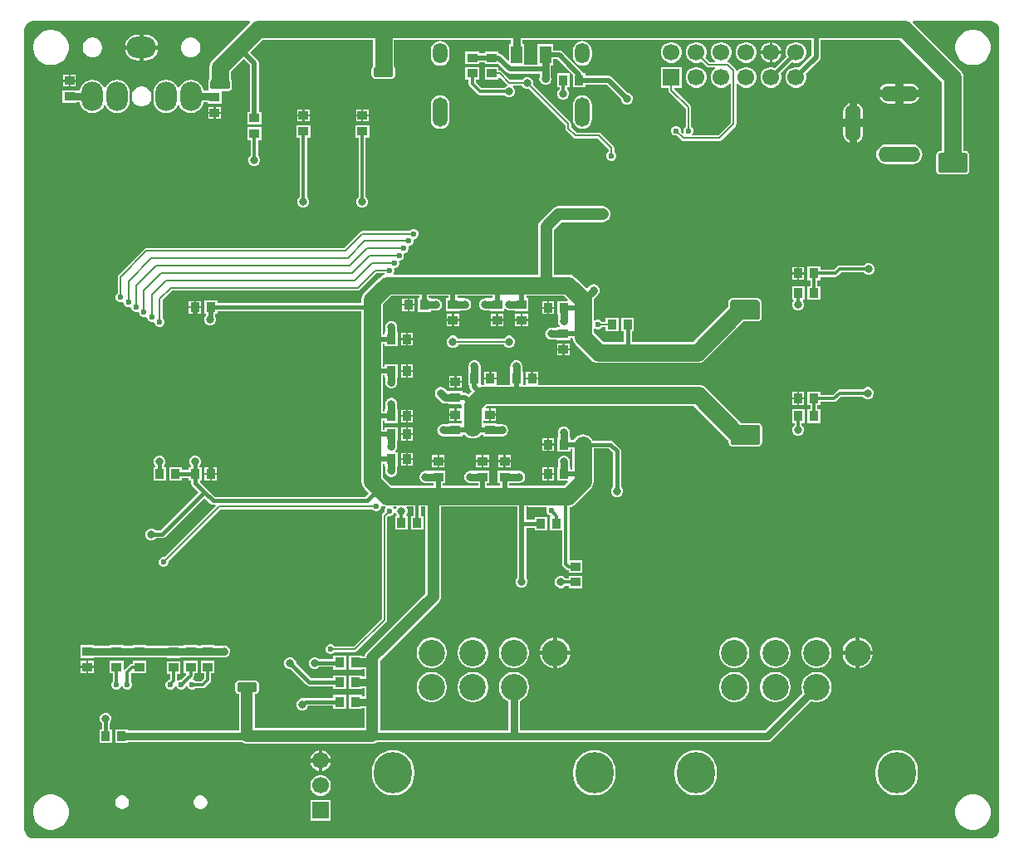
<source format=gbl>
G04*
G04 #@! TF.GenerationSoftware,Altium Limited,Altium Designer,23.4.1 (23)*
G04*
G04 Layer_Physical_Order=2*
G04 Layer_Color=16711680*
%FSLAX44Y44*%
%MOMM*%
G71*
G04*
G04 #@! TF.SameCoordinates,0BEE9D39-8D09-447D-96B2-328BBDF68ADB*
G04*
G04*
G04 #@! TF.FilePolarity,Positive*
G04*
G01*
G75*
%ADD10C,0.5000*%
%ADD62C,0.3000*%
%ADD63R,0.9000X1.0000*%
%ADD65R,1.0000X0.9000*%
%ADD66R,1.0000X0.9500*%
%ADD72R,1.1500X1.8000*%
%ADD76R,0.9500X1.0000*%
%ADD93C,0.1500*%
%ADD95C,1.7500*%
%ADD97C,0.9000*%
%ADD99C,0.4000*%
%ADD101C,0.7500*%
%ADD103C,1.2000*%
%ADD104C,0.8000*%
%ADD107O,1.5000X2.1000*%
%ADD108O,1.5000X3.0000*%
%ADD109C,1.7000*%
%ADD110R,1.7000X1.7000*%
%ADD111C,2.7000*%
G04:AMPARAMS|DCode=112|XSize=3.9mm|YSize=4.2mm|CornerRadius=1.95mm|HoleSize=0mm|Usage=FLASHONLY|Rotation=0.000|XOffset=0mm|YOffset=0mm|HoleType=Round|Shape=RoundedRectangle|*
%AMROUNDEDRECTD112*
21,1,3.9000,0.3000,0,0,0.0*
21,1,0.0000,4.2000,0,0,0.0*
1,1,3.9000,0.0000,-0.1500*
1,1,3.9000,0.0000,-0.1500*
1,1,3.9000,0.0000,0.1500*
1,1,3.9000,0.0000,0.1500*
%
%ADD112ROUNDEDRECTD112*%
%ADD113O,2.2000X3.0000*%
%ADD114O,3.0000X2.2000*%
%ADD115R,1.7000X1.7000*%
%ADD116O,4.3000X1.6000*%
%ADD117O,3.8000X1.6000*%
%ADD118O,1.6000X3.8000*%
%ADD119C,0.6000*%
%ADD120C,0.8000*%
G36*
X232370Y837000D02*
X232896Y835730D01*
X214333Y817167D01*
X194833Y797667D01*
X193110Y795421D01*
X192027Y792806D01*
X191657Y790000D01*
Y778077D01*
X191439Y777858D01*
X190997Y777197D01*
X190616Y776278D01*
X190461Y775497D01*
Y769503D01*
X190616Y768722D01*
X190997Y767803D01*
X191275Y767387D01*
X191007Y766569D01*
X190667Y766117D01*
X185333D01*
X185165Y767394D01*
X183855Y770556D01*
X181772Y773272D01*
X179056Y775356D01*
X175894Y776665D01*
X172500Y777112D01*
X169106Y776665D01*
X165944Y775356D01*
X163228Y773272D01*
X161145Y770556D01*
X160635Y769326D01*
X159365D01*
X158855Y770556D01*
X156772Y773272D01*
X154056Y775356D01*
X150894Y776665D01*
X147500Y777112D01*
X144106Y776665D01*
X140944Y775356D01*
X138228Y773272D01*
X136145Y770556D01*
X134835Y767394D01*
X134388Y764000D01*
Y756000D01*
X134835Y752606D01*
X136145Y749444D01*
X138228Y746728D01*
X140944Y744644D01*
X144106Y743335D01*
X147500Y742888D01*
X150894Y743335D01*
X154056Y744644D01*
X156772Y746728D01*
X158855Y749444D01*
X159365Y750674D01*
X160635D01*
X161145Y749444D01*
X163228Y746728D01*
X165944Y744644D01*
X169106Y743335D01*
X172500Y742888D01*
X175894Y743335D01*
X179056Y744644D01*
X181772Y746728D01*
X183855Y749444D01*
X185165Y752606D01*
X185333Y753883D01*
X190000D01*
Y753000D01*
X204000D01*
Y765461D01*
X210497D01*
X211278Y765616D01*
X212197Y765997D01*
X212858Y766439D01*
X212858Y766439D01*
X213561Y767142D01*
X214003Y767803D01*
X214003Y767804D01*
X214384Y768722D01*
X214539Y769503D01*
Y775497D01*
X214384Y776278D01*
X214384Y776278D01*
X214003Y777196D01*
X214003Y777197D01*
X213561Y777858D01*
X213561Y777858D01*
X213343Y778077D01*
Y785509D01*
X226423Y798589D01*
X232912Y792100D01*
Y744500D01*
X230500D01*
Y731500D01*
X244500D01*
Y744500D01*
X242088D01*
Y794000D01*
X241739Y795756D01*
X240744Y797244D01*
X232911Y805077D01*
X245991Y818157D01*
X358157D01*
Y790577D01*
X357939Y790358D01*
X357497Y789697D01*
X357116Y788778D01*
X356961Y787997D01*
Y782003D01*
X357116Y781222D01*
X357497Y780303D01*
X357939Y779642D01*
X357939Y779642D01*
X358642Y778939D01*
X359304Y778497D01*
X360222Y778116D01*
X361003Y777961D01*
X376997D01*
X377778Y778116D01*
X378697Y778497D01*
X379358Y778939D01*
X379358Y778939D01*
X380061Y779642D01*
X380503Y780303D01*
X380503Y780304D01*
X380884Y781222D01*
X381039Y782003D01*
Y787997D01*
X380884Y788778D01*
X380884Y788778D01*
X380503Y789696D01*
X380503Y789697D01*
X380061Y790358D01*
X380061Y790358D01*
X379843Y790577D01*
Y818157D01*
X499137D01*
Y813500D01*
X497250D01*
Y796898D01*
X496077Y796412D01*
X489744Y802744D01*
X488256Y803739D01*
X486500Y804088D01*
Y806000D01*
X472500D01*
Y804088D01*
X466500D01*
Y806000D01*
X452500D01*
Y793000D01*
X466500D01*
Y794912D01*
X472500D01*
Y793000D01*
X486500D01*
X486500Y793000D01*
Y793000D01*
X487357Y792154D01*
X494756Y784756D01*
X496244Y783761D01*
X498000Y783412D01*
X528137D01*
Y779525D01*
X528000Y779193D01*
Y776806D01*
X528913Y774601D01*
X530601Y772913D01*
X532807Y772000D01*
X535193D01*
X537399Y772913D01*
X539087Y774601D01*
X540000Y776806D01*
Y779193D01*
X539863Y779525D01*
Y791500D01*
X541750D01*
Y797912D01*
X546600D01*
X556756Y787756D01*
X562000Y782511D01*
Y769500D01*
X575000D01*
Y771912D01*
X597099D01*
X611500Y757511D01*
Y756806D01*
X612413Y754601D01*
X614101Y752914D01*
X616306Y752000D01*
X618694D01*
X620899Y752914D01*
X622587Y754601D01*
X623500Y756806D01*
Y759193D01*
X622587Y761399D01*
X620899Y763087D01*
X618694Y764000D01*
X617989D01*
X602244Y779744D01*
X600756Y780739D01*
X599000Y781088D01*
X575000D01*
Y783500D01*
X572889D01*
X572739Y784256D01*
X571744Y785744D01*
X563244Y794244D01*
X551744Y805744D01*
X550256Y806739D01*
X548500Y807088D01*
X541750D01*
Y813500D01*
X526250D01*
Y792588D01*
X512750D01*
Y813500D01*
X510863D01*
Y818157D01*
X805412D01*
Y802001D01*
X792956Y789544D01*
X790882Y790100D01*
X788118D01*
X785447Y789384D01*
X783053Y788002D01*
X781098Y786047D01*
X779716Y783653D01*
X779000Y780982D01*
Y778218D01*
X779716Y775547D01*
X781098Y773153D01*
X783053Y771198D01*
X785447Y769816D01*
X788118Y769100D01*
X790882D01*
X793553Y769816D01*
X795947Y771198D01*
X797902Y773153D01*
X799284Y775547D01*
X800000Y778218D01*
Y780982D01*
X799444Y783056D01*
X813244Y796856D01*
X814239Y798344D01*
X814588Y800100D01*
Y818157D01*
X895462D01*
X938657Y774962D01*
Y704539D01*
X936503D01*
X935722Y704384D01*
X934803Y704003D01*
X934142Y703561D01*
X933439Y702858D01*
X932997Y702197D01*
X932616Y701278D01*
X932461Y700497D01*
Y684503D01*
X932616Y683722D01*
X932997Y682803D01*
X933439Y682142D01*
X933439Y682142D01*
X934142Y681439D01*
X934803Y680997D01*
X935722Y680616D01*
X936503Y680461D01*
X962497D01*
X963278Y680616D01*
X964196Y680997D01*
X964858Y681439D01*
X964858Y681439D01*
X965561Y682142D01*
X966003Y682803D01*
X966003Y682803D01*
X966384Y683722D01*
X966539Y684503D01*
Y700497D01*
X966384Y701278D01*
X966003Y702197D01*
X965561Y702858D01*
X964858Y703561D01*
X964196Y704003D01*
X964196Y704003D01*
X963278Y704384D01*
X962497Y704539D01*
X960343D01*
Y779453D01*
X959973Y782260D01*
X958890Y784875D01*
X957167Y787120D01*
X908557Y835730D01*
X909083Y837000D01*
X987500D01*
X988436D01*
X990271Y836635D01*
X992000Y835919D01*
X993556Y834879D01*
X994879Y833556D01*
X995919Y832000D01*
X996635Y830271D01*
X997000Y828436D01*
Y827500D01*
X997000D01*
X997000Y12500D01*
X997000Y11564D01*
X996635Y9729D01*
X995919Y8000D01*
X994879Y6444D01*
X993556Y5121D01*
X992000Y4081D01*
X990271Y3365D01*
X988436Y3000D01*
X987500Y3000D01*
X12500D01*
X11564Y3000D01*
X9729Y3365D01*
X8000Y4081D01*
X6444Y5121D01*
X5121Y6444D01*
X4081Y8000D01*
X3365Y9729D01*
X3000Y11564D01*
X3000Y12500D01*
Y827500D01*
X3000Y828436D01*
X3365Y830271D01*
X4081Y832000D01*
X5121Y833556D01*
X6444Y834879D01*
X8000Y835919D01*
X9729Y836635D01*
X11564Y837000D01*
X12500Y837000D01*
X12500Y837000D01*
X232370D01*
D02*
G37*
G36*
X377916Y789619D02*
X378619Y788916D01*
X379000Y787997D01*
Y787500D01*
Y782500D01*
Y782003D01*
X378619Y781084D01*
X377916Y780381D01*
X376997Y780000D01*
X361003D01*
X360084Y780381D01*
X359381Y781084D01*
X359000Y782003D01*
Y782500D01*
Y784500D01*
Y787500D01*
Y787997D01*
X359381Y788916D01*
X360084Y789619D01*
X361003Y790000D01*
X376997D01*
X377916Y789619D01*
D02*
G37*
G36*
X211416Y777119D02*
X212119Y776416D01*
X212500Y775497D01*
Y775000D01*
Y770000D01*
Y769503D01*
X212119Y768584D01*
X211416Y767881D01*
X210497Y767500D01*
X194503D01*
X193584Y767881D01*
X192881Y768584D01*
X192500Y769503D01*
Y770000D01*
Y772000D01*
Y775000D01*
Y775497D01*
X192881Y776416D01*
X193584Y777119D01*
X194503Y777500D01*
X210497D01*
X211416Y777119D01*
D02*
G37*
G36*
X963416Y702119D02*
X964119Y701416D01*
X964500Y700497D01*
Y700000D01*
Y685000D01*
Y684503D01*
X964119Y683584D01*
X963416Y682881D01*
X962497Y682500D01*
X936503D01*
X935584Y682881D01*
X934881Y683584D01*
X934500Y684503D01*
Y685000D01*
Y700000D01*
Y700497D01*
X934881Y701416D01*
X935584Y702119D01*
X936503Y702500D01*
X962497D01*
X963416Y702119D01*
D02*
G37*
%LPC*%
G36*
X126500Y823112D02*
X124500D01*
Y812000D01*
X139349D01*
X139165Y813394D01*
X137856Y816556D01*
X135772Y819272D01*
X133056Y821356D01*
X129894Y822665D01*
X126500Y823112D01*
D02*
G37*
G36*
X120500D02*
X118500D01*
X115106Y822665D01*
X111944Y821356D01*
X109228Y819272D01*
X107144Y816556D01*
X105835Y813394D01*
X105651Y812000D01*
X120500D01*
Y823112D01*
D02*
G37*
G36*
X765600Y815469D02*
Y806500D01*
X774568D01*
X773884Y809053D01*
X772502Y811447D01*
X770547Y813402D01*
X768153Y814784D01*
X765600Y815469D01*
D02*
G37*
G36*
X762600D02*
X760047Y814784D01*
X757653Y813402D01*
X755698Y811447D01*
X754316Y809053D01*
X753632Y806500D01*
X762600D01*
Y815469D01*
D02*
G37*
G36*
X173817Y820000D02*
X171183D01*
X168640Y819318D01*
X166360Y818002D01*
X164498Y816140D01*
X163181Y813860D01*
X162500Y811317D01*
Y808683D01*
X163181Y806140D01*
X164498Y803860D01*
X166360Y801998D01*
X168640Y800682D01*
X171183Y800000D01*
X173817D01*
X176360Y800682D01*
X178640Y801998D01*
X180502Y803860D01*
X181819Y806140D01*
X182500Y808683D01*
Y811317D01*
X181819Y813860D01*
X180502Y816140D01*
X178640Y818002D01*
X176360Y819318D01*
X173817Y820000D01*
D02*
G37*
G36*
X73816D02*
X71184D01*
X68640Y819318D01*
X66360Y818002D01*
X64498Y816140D01*
X63182Y813860D01*
X62500Y811317D01*
Y808683D01*
X63182Y806140D01*
X64498Y803860D01*
X66360Y801998D01*
X68640Y800682D01*
X71184Y800000D01*
X73816D01*
X76360Y800682D01*
X78640Y801998D01*
X80502Y803860D01*
X81819Y806140D01*
X82500Y808683D01*
Y811317D01*
X81819Y813860D01*
X80502Y816140D01*
X78640Y818002D01*
X76360Y819318D01*
X73816Y820000D01*
D02*
G37*
G36*
X139349Y808000D02*
X124500D01*
Y796888D01*
X126500D01*
X129894Y797335D01*
X133056Y798644D01*
X135772Y800728D01*
X137856Y803444D01*
X139165Y806606D01*
X139349Y808000D01*
D02*
G37*
G36*
X120500D02*
X105651D01*
X105835Y806606D01*
X107144Y803444D01*
X109228Y800728D01*
X111944Y798644D01*
X115106Y797335D01*
X118500Y796888D01*
X120500D01*
Y808000D01*
D02*
G37*
G36*
X714682Y815500D02*
X711918D01*
X709247Y814784D01*
X706853Y813402D01*
X704898Y811447D01*
X703516Y809053D01*
X702800Y806382D01*
Y803618D01*
X703516Y800947D01*
X704898Y798553D01*
X706853Y796598D01*
X707056Y796481D01*
X706727Y795254D01*
X701611D01*
X697038Y799827D01*
X697684Y800947D01*
X698400Y803618D01*
Y806382D01*
X697684Y809053D01*
X696302Y811447D01*
X694347Y813402D01*
X691953Y814784D01*
X689282Y815500D01*
X686518D01*
X683847Y814784D01*
X681453Y813402D01*
X679498Y811447D01*
X678116Y809053D01*
X677400Y806382D01*
Y803618D01*
X678116Y800947D01*
X679498Y798553D01*
X681453Y796598D01*
X683847Y795216D01*
X686518Y794500D01*
X689282D01*
X691953Y795216D01*
X693073Y795862D01*
X698467Y790467D01*
X699377Y789860D01*
X700450Y789646D01*
X707160D01*
X707501Y788376D01*
X706853Y788002D01*
X704898Y786047D01*
X703516Y783653D01*
X702800Y780982D01*
Y778218D01*
X703516Y775547D01*
X704898Y773153D01*
X706853Y771198D01*
X709247Y769816D01*
X711918Y769100D01*
X714682D01*
X717353Y769816D01*
X719747Y771198D01*
X721702Y773153D01*
X721926Y773541D01*
X723196Y773201D01*
Y733161D01*
X710339Y720304D01*
X684171D01*
X683645Y721574D01*
X684239Y722168D01*
X685000Y724005D01*
Y725995D01*
X684239Y727832D01*
X682832Y729239D01*
X682804Y729251D01*
Y749000D01*
X682590Y750073D01*
X681983Y750983D01*
X665304Y767661D01*
Y769100D01*
X673000D01*
Y790100D01*
X652000D01*
Y769100D01*
X659696D01*
Y766500D01*
X659910Y765427D01*
X660517Y764517D01*
X677196Y747839D01*
Y729251D01*
X677168Y729239D01*
X675761Y727832D01*
X675000Y725995D01*
Y724005D01*
X675526Y722735D01*
X674449Y722016D01*
X672488Y723977D01*
X672500Y724005D01*
Y725995D01*
X671739Y727832D01*
X670332Y729239D01*
X668495Y730000D01*
X666505D01*
X664668Y729239D01*
X663261Y727832D01*
X662500Y725995D01*
Y724005D01*
X663261Y722168D01*
X664668Y720761D01*
X666505Y720000D01*
X668495D01*
X668523Y720012D01*
X673017Y715517D01*
X673927Y714910D01*
X675000Y714696D01*
X711500D01*
X712573Y714910D01*
X713483Y715517D01*
X727983Y730017D01*
X728590Y730927D01*
X728804Y732000D01*
Y773201D01*
X730074Y773541D01*
X730298Y773153D01*
X732253Y771198D01*
X734647Y769816D01*
X737318Y769100D01*
X740082D01*
X742753Y769816D01*
X745147Y771198D01*
X747102Y773153D01*
X748484Y775547D01*
X749200Y778218D01*
Y780982D01*
X748484Y783653D01*
X747102Y786047D01*
X745147Y788002D01*
X742753Y789384D01*
X740082Y790100D01*
X737318D01*
X734647Y789384D01*
X732253Y788002D01*
X730298Y786047D01*
X730074Y785659D01*
X728804Y785999D01*
Y786500D01*
X728590Y787573D01*
X727983Y788483D01*
X722033Y794433D01*
X721123Y795040D01*
X720050Y795254D01*
X719873D01*
X719544Y796481D01*
X719747Y796598D01*
X721702Y798553D01*
X723084Y800947D01*
X723800Y803618D01*
Y806382D01*
X723084Y809053D01*
X721702Y811447D01*
X719747Y813402D01*
X717353Y814784D01*
X714682Y815500D01*
D02*
G37*
G36*
X774568Y803500D02*
X765600D01*
Y794532D01*
X768153Y795216D01*
X770547Y796598D01*
X772502Y798553D01*
X773884Y800947D01*
X774568Y803500D01*
D02*
G37*
G36*
X762600D02*
X753632D01*
X754316Y800947D01*
X755698Y798553D01*
X757653Y796598D01*
X760047Y795216D01*
X762600Y794532D01*
Y803500D01*
D02*
G37*
G36*
X790882Y815500D02*
X788118D01*
X785447Y814784D01*
X783053Y813402D01*
X781098Y811447D01*
X779716Y809053D01*
X779000Y806382D01*
Y803618D01*
X779708Y800976D01*
X768124Y789392D01*
X765482Y790100D01*
X762718D01*
X760047Y789384D01*
X757653Y788002D01*
X755698Y786047D01*
X754316Y783653D01*
X753600Y780982D01*
Y778218D01*
X754316Y775547D01*
X755698Y773153D01*
X757653Y771198D01*
X760047Y769816D01*
X762718Y769100D01*
X765482D01*
X768153Y769816D01*
X770547Y771198D01*
X772502Y773153D01*
X773884Y775547D01*
X774600Y778218D01*
Y780982D01*
X773892Y783624D01*
X785476Y795208D01*
X788118Y794500D01*
X790882D01*
X793553Y795216D01*
X795947Y796598D01*
X797902Y798553D01*
X799284Y800947D01*
X800000Y803618D01*
Y806382D01*
X799284Y809053D01*
X797902Y811447D01*
X795947Y813402D01*
X793553Y814784D01*
X790882Y815500D01*
D02*
G37*
G36*
X740082D02*
X737318D01*
X734647Y814784D01*
X732253Y813402D01*
X730298Y811447D01*
X728916Y809053D01*
X728200Y806382D01*
Y803618D01*
X728916Y800947D01*
X730298Y798553D01*
X732253Y796598D01*
X734647Y795216D01*
X737318Y794500D01*
X740082D01*
X742753Y795216D01*
X745147Y796598D01*
X747102Y798553D01*
X748484Y800947D01*
X749200Y803618D01*
Y806382D01*
X748484Y809053D01*
X747102Y811447D01*
X745147Y813402D01*
X742753Y814784D01*
X740082Y815500D01*
D02*
G37*
G36*
X663882D02*
X661118D01*
X658447Y814784D01*
X656053Y813402D01*
X654098Y811447D01*
X652716Y809053D01*
X652000Y806382D01*
Y803618D01*
X652716Y800947D01*
X654098Y798553D01*
X656053Y796598D01*
X658447Y795216D01*
X661118Y794500D01*
X663882D01*
X666553Y795216D01*
X668947Y796598D01*
X670902Y798553D01*
X672284Y800947D01*
X673000Y803618D01*
Y806382D01*
X672284Y809053D01*
X670902Y811447D01*
X668947Y813402D01*
X666553Y814784D01*
X663882Y815500D01*
D02*
G37*
G36*
X971773Y828000D02*
X968227D01*
X964750Y827308D01*
X961474Y825951D01*
X958526Y823981D01*
X956019Y821474D01*
X954049Y818526D01*
X952692Y815250D01*
X952000Y811773D01*
Y808227D01*
X952692Y804750D01*
X954049Y801474D01*
X956019Y798526D01*
X958526Y796019D01*
X961474Y794049D01*
X964750Y792692D01*
X968227Y792000D01*
X971773D01*
X975250Y792692D01*
X978526Y794049D01*
X981474Y796019D01*
X983981Y798526D01*
X985951Y801474D01*
X987308Y804750D01*
X988000Y808227D01*
Y811773D01*
X987308Y815250D01*
X985951Y818526D01*
X983981Y821474D01*
X981474Y823981D01*
X978526Y825951D01*
X975250Y827308D01*
X971773Y828000D01*
D02*
G37*
G36*
X31773D02*
X28227D01*
X24750Y827308D01*
X21474Y825951D01*
X18526Y823981D01*
X16019Y821474D01*
X14049Y818526D01*
X12692Y815250D01*
X12000Y811773D01*
Y808227D01*
X12692Y804750D01*
X14049Y801474D01*
X16019Y798526D01*
X18526Y796019D01*
X21474Y794049D01*
X24750Y792692D01*
X28227Y792000D01*
X31773D01*
X35250Y792692D01*
X38526Y794049D01*
X41474Y796019D01*
X43981Y798526D01*
X45951Y801474D01*
X47308Y804750D01*
X48000Y808227D01*
Y811773D01*
X47308Y815250D01*
X45951Y818526D01*
X43981Y821474D01*
X41474Y823981D01*
X38526Y825951D01*
X35250Y827308D01*
X31773Y828000D01*
D02*
G37*
G36*
X572000Y816582D02*
X569520Y816255D01*
X567209Y815298D01*
X565224Y813775D01*
X563702Y811791D01*
X562744Y809480D01*
X562418Y807000D01*
Y801000D01*
X562744Y798520D01*
X563702Y796209D01*
X565224Y794224D01*
X567209Y792702D01*
X569520Y791745D01*
X572000Y791418D01*
X574480Y791745D01*
X576791Y792702D01*
X578775Y794224D01*
X580298Y796209D01*
X581255Y798520D01*
X581582Y801000D01*
Y807000D01*
X581255Y809480D01*
X580298Y811791D01*
X578775Y813775D01*
X576791Y815298D01*
X574480Y816255D01*
X572000Y816582D01*
D02*
G37*
G36*
X427000D02*
X424520Y816255D01*
X422209Y815298D01*
X420224Y813775D01*
X418702Y811791D01*
X417744Y809480D01*
X417418Y807000D01*
Y801000D01*
X417744Y798520D01*
X418702Y796209D01*
X420224Y794224D01*
X422209Y792702D01*
X424520Y791745D01*
X427000Y791418D01*
X429480Y791745D01*
X431791Y792702D01*
X433775Y794224D01*
X435298Y796209D01*
X436255Y798520D01*
X436582Y801000D01*
Y807000D01*
X436255Y809480D01*
X435298Y811791D01*
X433775Y813775D01*
X431791Y815298D01*
X429480Y816255D01*
X427000Y816582D01*
D02*
G37*
G36*
X55500Y782000D02*
X50000D01*
Y777000D01*
X55500D01*
Y782000D01*
D02*
G37*
G36*
X48000D02*
X42500D01*
Y777000D01*
X48000D01*
Y782000D01*
D02*
G37*
G36*
X55500Y775000D02*
X50000D01*
Y770000D01*
X55500D01*
Y775000D01*
D02*
G37*
G36*
X48000D02*
X42500D01*
Y770000D01*
X48000D01*
Y775000D01*
D02*
G37*
G36*
X97500Y777112D02*
X94106Y776665D01*
X90944Y775356D01*
X88228Y773272D01*
X86145Y770556D01*
X85635Y769326D01*
X84365D01*
X83855Y770556D01*
X81772Y773272D01*
X79056Y775356D01*
X75894Y776665D01*
X72500Y777112D01*
X69106Y776665D01*
X65944Y775356D01*
X63228Y773272D01*
X61144Y770556D01*
X59835Y767394D01*
X59667Y766117D01*
X56000D01*
Y766500D01*
X42000D01*
Y753500D01*
X56000D01*
Y753883D01*
X59667D01*
X59835Y752606D01*
X61144Y749444D01*
X63228Y746728D01*
X65944Y744644D01*
X69106Y743335D01*
X72500Y742888D01*
X75894Y743335D01*
X79056Y744644D01*
X81772Y746728D01*
X83855Y749444D01*
X84365Y750674D01*
X85635D01*
X86145Y749444D01*
X88228Y746728D01*
X90944Y744644D01*
X94106Y743335D01*
X97500Y742888D01*
X100894Y743335D01*
X104056Y744644D01*
X106772Y746728D01*
X108855Y749444D01*
X110165Y752606D01*
X110612Y756000D01*
Y764000D01*
X110165Y767394D01*
X108855Y770556D01*
X106772Y773272D01*
X104056Y775356D01*
X100894Y776665D01*
X97500Y777112D01*
D02*
G37*
G36*
X689282Y790100D02*
X686518D01*
X683847Y789384D01*
X681453Y788002D01*
X679498Y786047D01*
X678116Y783653D01*
X677400Y780982D01*
Y778218D01*
X678116Y775547D01*
X679498Y773153D01*
X681453Y771198D01*
X683847Y769816D01*
X686518Y769100D01*
X689282D01*
X691953Y769816D01*
X694347Y771198D01*
X696302Y773153D01*
X697684Y775547D01*
X698400Y778218D01*
Y780982D01*
X697684Y783653D01*
X696302Y786047D01*
X694347Y788002D01*
X691953Y789384D01*
X689282Y790100D01*
D02*
G37*
G36*
X486500Y790000D02*
X472500D01*
Y777000D01*
X486500D01*
Y778875D01*
X487673Y779361D01*
X495017Y772017D01*
X495181Y771908D01*
X495039Y770475D01*
X494101Y770087D01*
X492583Y768569D01*
X468978D01*
X463069Y774478D01*
Y777000D01*
X466500D01*
Y790000D01*
X452500D01*
Y777000D01*
X455931D01*
Y773000D01*
X456203Y771634D01*
X456977Y770477D01*
X464977Y762477D01*
X466134Y761703D01*
X467500Y761431D01*
X492583D01*
X494101Y759913D01*
X496306Y759000D01*
X498694D01*
X500899Y759913D01*
X502587Y761601D01*
X503500Y763807D01*
Y766193D01*
X502587Y768399D01*
X501059Y769926D01*
X501194Y770683D01*
X501449Y771196D01*
X510167D01*
X510414Y770601D01*
X512101Y768913D01*
X514306Y768000D01*
X516693D01*
X517288Y768246D01*
X541517Y744017D01*
X554696Y730839D01*
Y727500D01*
X554910Y726427D01*
X555517Y725517D01*
X563017Y718017D01*
X563927Y717410D01*
X565000Y717196D01*
X587839D01*
X598696Y706339D01*
Y703751D01*
X598668Y703739D01*
X597261Y702332D01*
X596500Y700495D01*
Y698505D01*
X597261Y696668D01*
X598668Y695261D01*
X600505Y694500D01*
X602495D01*
X604332Y695261D01*
X605739Y696668D01*
X606500Y698505D01*
Y700495D01*
X605739Y702332D01*
X604332Y703739D01*
X604304Y703751D01*
Y707500D01*
X604090Y708573D01*
X603483Y709483D01*
X590983Y721983D01*
X590073Y722590D01*
X589000Y722804D01*
X566161D01*
X560304Y728661D01*
Y732000D01*
X560090Y733073D01*
X559483Y733983D01*
X545483Y747983D01*
X521254Y772212D01*
X521500Y772806D01*
Y775193D01*
X520587Y777399D01*
X518899Y779087D01*
X516693Y780000D01*
X514306D01*
X512101Y779087D01*
X510414Y777399D01*
X510167Y776804D01*
X498161D01*
X489483Y785483D01*
X488573Y786090D01*
X487500Y786304D01*
X486500D01*
Y790000D01*
D02*
G37*
G36*
X906000Y773086D02*
X899000D01*
Y767000D01*
X915167D01*
X914735Y768043D01*
X913132Y770132D01*
X911043Y771735D01*
X908611Y772743D01*
X906000Y773086D01*
D02*
G37*
G36*
X891000D02*
X884000D01*
X881389Y772743D01*
X878957Y771735D01*
X876868Y770132D01*
X875265Y768043D01*
X874833Y767000D01*
X891000D01*
Y773086D01*
D02*
G37*
G36*
X559000Y783500D02*
X546000D01*
Y769500D01*
X548931D01*
Y767917D01*
X547413Y766399D01*
X546500Y764193D01*
Y761806D01*
X547413Y759601D01*
X549101Y757913D01*
X551306Y757000D01*
X553694D01*
X555899Y757913D01*
X557587Y759601D01*
X558500Y761806D01*
Y764193D01*
X557587Y766399D01*
X556069Y767917D01*
Y769500D01*
X559000D01*
Y783500D01*
D02*
G37*
G36*
X915167Y759000D02*
X899000D01*
Y752914D01*
X906000D01*
X908611Y753257D01*
X911043Y754265D01*
X913132Y755868D01*
X914735Y757957D01*
X915167Y759000D01*
D02*
G37*
G36*
X891000D02*
X874833D01*
X875265Y757957D01*
X876868Y755868D01*
X878957Y754265D01*
X881389Y753257D01*
X884000Y752914D01*
X891000D01*
Y759000D01*
D02*
G37*
G36*
X123816Y770000D02*
X121184D01*
X118640Y769318D01*
X116360Y768002D01*
X114498Y766140D01*
X113181Y763860D01*
X112500Y761317D01*
Y758683D01*
X113181Y756140D01*
X114498Y753860D01*
X116360Y751998D01*
X118640Y750682D01*
X121184Y750000D01*
X123816D01*
X126360Y750682D01*
X128640Y751998D01*
X130502Y753860D01*
X131819Y756140D01*
X132500Y758683D01*
Y761317D01*
X131819Y763860D01*
X130502Y766140D01*
X128640Y768002D01*
X126360Y769318D01*
X123816Y770000D01*
D02*
G37*
G36*
X203500Y749500D02*
X198000D01*
Y744500D01*
X203500D01*
Y749500D01*
D02*
G37*
G36*
X196000D02*
X190500D01*
Y744500D01*
X196000D01*
Y749500D01*
D02*
G37*
G36*
X354000Y746500D02*
X348500D01*
Y741500D01*
X354000D01*
Y746500D01*
D02*
G37*
G36*
X294000D02*
X288500D01*
Y741500D01*
X294000D01*
Y746500D01*
D02*
G37*
G36*
X346500D02*
X341000D01*
Y741500D01*
X346500D01*
Y746500D01*
D02*
G37*
G36*
X286500D02*
X281000D01*
Y741500D01*
X286500D01*
Y746500D01*
D02*
G37*
G36*
X203500Y742500D02*
X198000D01*
Y737500D01*
X203500D01*
Y742500D01*
D02*
G37*
G36*
X196000D02*
X190500D01*
Y737500D01*
X196000D01*
Y742500D01*
D02*
G37*
G36*
X852000Y753167D02*
Y737000D01*
X858086D01*
Y744000D01*
X857743Y746610D01*
X856735Y749043D01*
X855132Y751132D01*
X853043Y752735D01*
X852000Y753167D01*
D02*
G37*
G36*
X844000Y753167D02*
X842957Y752735D01*
X840868Y751132D01*
X839265Y749043D01*
X838257Y746610D01*
X837914Y744000D01*
Y737000D01*
X844000D01*
Y753167D01*
D02*
G37*
G36*
X354000Y739500D02*
X348500D01*
Y734500D01*
X354000D01*
Y739500D01*
D02*
G37*
G36*
X346500D02*
X341000D01*
Y734500D01*
X346500D01*
Y739500D01*
D02*
G37*
G36*
X294000D02*
X288500D01*
Y734500D01*
X294000D01*
Y739500D01*
D02*
G37*
G36*
X286500D02*
X281000D01*
Y734500D01*
X286500D01*
Y739500D01*
D02*
G37*
G36*
X572000Y761082D02*
X569520Y760755D01*
X567209Y759798D01*
X565224Y758275D01*
X563702Y756291D01*
X562744Y753980D01*
X562418Y751500D01*
Y736500D01*
X562744Y734020D01*
X563702Y731709D01*
X565224Y729725D01*
X567209Y728202D01*
X569520Y727244D01*
X572000Y726918D01*
X574480Y727244D01*
X576791Y728202D01*
X578775Y729725D01*
X580298Y731709D01*
X581255Y734020D01*
X581582Y736500D01*
Y751500D01*
X581255Y753980D01*
X580298Y756291D01*
X578775Y758275D01*
X576791Y759798D01*
X574480Y760755D01*
X572000Y761082D01*
D02*
G37*
G36*
X427000D02*
X424520Y760755D01*
X422209Y759798D01*
X420224Y758275D01*
X418702Y756291D01*
X417744Y753980D01*
X417418Y751500D01*
Y736500D01*
X417744Y734020D01*
X418702Y731709D01*
X420224Y729725D01*
X422209Y728202D01*
X424520Y727244D01*
X427000Y726918D01*
X429480Y727244D01*
X431791Y728202D01*
X433775Y729725D01*
X435298Y731709D01*
X436255Y734020D01*
X436582Y736500D01*
Y751500D01*
X436255Y753980D01*
X435298Y756291D01*
X433775Y758275D01*
X431791Y759798D01*
X429480Y760755D01*
X427000Y761082D01*
D02*
G37*
G36*
X858086Y729000D02*
X852000D01*
Y712833D01*
X853043Y713265D01*
X855132Y714868D01*
X856735Y716957D01*
X857743Y719389D01*
X858086Y722000D01*
Y729000D01*
D02*
G37*
G36*
X844000D02*
X837914D01*
Y722000D01*
X838257Y719389D01*
X839265Y716957D01*
X840868Y714868D01*
X842957Y713265D01*
X844000Y712833D01*
Y729000D01*
D02*
G37*
G36*
X908500Y711086D02*
X881500D01*
X878889Y710743D01*
X876457Y709735D01*
X874368Y708132D01*
X872765Y706043D01*
X871757Y703611D01*
X871414Y701000D01*
X871757Y698390D01*
X872765Y695957D01*
X874368Y693868D01*
X876457Y692265D01*
X878889Y691257D01*
X881500Y690914D01*
X908500D01*
X911111Y691257D01*
X913543Y692265D01*
X915632Y693868D01*
X917235Y695957D01*
X918243Y698390D01*
X918586Y701000D01*
X918243Y703611D01*
X917235Y706043D01*
X915632Y708132D01*
X913543Y709735D01*
X911111Y710743D01*
X908500Y711086D01*
D02*
G37*
G36*
X244500Y728500D02*
X230500D01*
Y715500D01*
X233931D01*
Y699917D01*
X232414Y698399D01*
X231500Y696193D01*
Y693807D01*
X232414Y691601D01*
X234101Y689913D01*
X236306Y689000D01*
X238694D01*
X240899Y689913D01*
X242587Y691601D01*
X243500Y693807D01*
Y696193D01*
X242587Y698399D01*
X241069Y699917D01*
Y715500D01*
X244500D01*
Y728500D01*
D02*
G37*
G36*
X354500Y731000D02*
X340500D01*
Y718000D01*
X343931D01*
Y657417D01*
X342413Y655899D01*
X341500Y653693D01*
Y651307D01*
X342413Y649101D01*
X344101Y647413D01*
X346306Y646500D01*
X348694D01*
X350899Y647413D01*
X352587Y649101D01*
X353500Y651307D01*
Y653693D01*
X352587Y655899D01*
X351069Y657417D01*
Y718000D01*
X354500D01*
Y731000D01*
D02*
G37*
G36*
X294500D02*
X280500D01*
Y718000D01*
X283931D01*
Y657417D01*
X282414Y655899D01*
X281500Y653693D01*
Y651307D01*
X282414Y649101D01*
X284101Y647413D01*
X286306Y646500D01*
X288694D01*
X290899Y647413D01*
X292587Y649101D01*
X293500Y651307D01*
Y653693D01*
X292587Y655899D01*
X291069Y657417D01*
Y718000D01*
X294500D01*
Y731000D01*
D02*
G37*
G36*
X565000Y648069D02*
X547500D01*
X545412Y647794D01*
X543465Y646988D01*
X541794Y645706D01*
X529294Y633206D01*
X528012Y631535D01*
X527206Y629588D01*
X526931Y627500D01*
Y578343D01*
X440000D01*
X410500Y578343D01*
X379573D01*
X379087Y579516D01*
X379239Y579668D01*
X380000Y581505D01*
Y583495D01*
X379814Y583944D01*
X380519Y585000D01*
X380995D01*
X382832Y585761D01*
X384239Y587168D01*
X385000Y589005D01*
Y590995D01*
X384814Y591444D01*
X385519Y592500D01*
X385995D01*
X387832Y593261D01*
X389239Y594668D01*
X390000Y596505D01*
Y598495D01*
X389814Y598944D01*
X390519Y600000D01*
X390995D01*
X392832Y600761D01*
X394239Y602168D01*
X395000Y604005D01*
Y605995D01*
X394814Y606444D01*
X395519Y607500D01*
X395995D01*
X397832Y608261D01*
X399239Y609668D01*
X400000Y611505D01*
Y613495D01*
X399814Y613944D01*
X400519Y615000D01*
X400994D01*
X402832Y615761D01*
X404239Y617168D01*
X405000Y619005D01*
Y620995D01*
X404239Y622832D01*
X402832Y624239D01*
X400994Y625000D01*
X399005D01*
X397168Y624239D01*
X395761Y622832D01*
X395749Y622804D01*
X347500D01*
X346427Y622590D01*
X345517Y621983D01*
X328839Y605304D01*
X127500D01*
X126427Y605090D01*
X125517Y604483D01*
X99017Y577983D01*
X98410Y577073D01*
X98196Y576000D01*
Y559251D01*
X98168Y559239D01*
X96761Y557832D01*
X96000Y555995D01*
Y554005D01*
X96761Y552168D01*
X98168Y550761D01*
X100005Y550000D01*
X101995D01*
X102730Y550305D01*
X104000Y549456D01*
Y549005D01*
X104761Y547168D01*
X106168Y545761D01*
X108005Y545000D01*
X109995D01*
X110730Y545305D01*
X112000Y544456D01*
Y544005D01*
X112761Y542168D01*
X114168Y540761D01*
X116005Y540000D01*
X117995D01*
X118730Y540305D01*
X120000Y539456D01*
Y539005D01*
X120761Y537168D01*
X122168Y535761D01*
X124005Y535000D01*
X125995D01*
X126730Y535305D01*
X128000Y534456D01*
Y534005D01*
X128761Y532168D01*
X130168Y530761D01*
X132005Y530000D01*
X133995D01*
X134730Y530305D01*
X136000Y529456D01*
Y529005D01*
X136761Y527168D01*
X138168Y525761D01*
X140005Y525000D01*
X141995D01*
X143832Y525761D01*
X145239Y527168D01*
X146000Y529005D01*
Y530995D01*
X145239Y532832D01*
X143832Y534239D01*
X143804Y534251D01*
Y552339D01*
X153661Y562196D01*
X343000D01*
X344073Y562410D01*
X344983Y563017D01*
X361661Y579696D01*
X369909D01*
X370190Y579320D01*
X369699Y577988D01*
X369629Y577947D01*
X367079Y576890D01*
X364833Y575167D01*
X349833Y560167D01*
X348110Y557921D01*
X347027Y555306D01*
X346657Y552500D01*
Y549078D01*
X199750D01*
Y552000D01*
X186250D01*
Y538000D01*
X188008D01*
X188245Y536730D01*
X187413Y535899D01*
X186500Y533694D01*
Y531306D01*
X187413Y529101D01*
X189101Y527413D01*
X191306Y526500D01*
X193694D01*
X195899Y527413D01*
X197586Y529101D01*
X198500Y531306D01*
Y533694D01*
X197588Y535895D01*
Y538000D01*
X199750D01*
Y540922D01*
X346657D01*
Y512500D01*
Y390000D01*
Y367500D01*
X347027Y364694D01*
X348110Y362079D01*
X349833Y359833D01*
X354449Y355217D01*
X350811Y351578D01*
X197189D01*
X189384Y359384D01*
X189384Y359384D01*
X182038Y366730D01*
X182564Y368000D01*
X183750D01*
Y382000D01*
X181506D01*
X181255Y383270D01*
X182087Y384101D01*
X183000Y386306D01*
Y388694D01*
X182087Y390899D01*
X180399Y392587D01*
X178193Y393500D01*
X175807D01*
X173601Y392587D01*
X171913Y390899D01*
X171000Y388694D01*
Y386306D01*
X171913Y384101D01*
X172745Y383270D01*
X172495Y382000D01*
X170250D01*
Y379078D01*
X163500D01*
Y382000D01*
X150500D01*
Y368000D01*
X163500D01*
Y370922D01*
X170250D01*
Y368000D01*
X172922D01*
Y366000D01*
X172922Y366000D01*
X173232Y364439D01*
X174116Y363116D01*
X180732Y356500D01*
X141811Y317578D01*
X136907D01*
X135899Y318587D01*
X133694Y319500D01*
X131306D01*
X129101Y318587D01*
X127413Y316899D01*
X126500Y314694D01*
Y312306D01*
X127413Y310101D01*
X129101Y308414D01*
X131306Y307500D01*
X133694D01*
X135899Y308414D01*
X136907Y309422D01*
X143500D01*
X143500Y309422D01*
X145061Y309732D01*
X146384Y310616D01*
X186500Y350732D01*
X192616Y344616D01*
X192616Y344616D01*
X193939Y343732D01*
X195500Y343422D01*
X197797D01*
X198283Y342248D01*
X146023Y289988D01*
X145995Y290000D01*
X144005D01*
X142168Y289239D01*
X140761Y287832D01*
X140000Y285995D01*
Y284006D01*
X140761Y282168D01*
X142168Y280761D01*
X144005Y280000D01*
X145995D01*
X147832Y280761D01*
X149239Y282168D01*
X150000Y284006D01*
Y285995D01*
X149988Y286023D01*
X202850Y338885D01*
X357438D01*
X357449Y338856D01*
X358856Y337449D01*
X360694Y336688D01*
X362683D01*
X364521Y337449D01*
X365927Y338856D01*
X366688Y340694D01*
Y341897D01*
X367680Y342665D01*
X367927Y342758D01*
X369694Y342027D01*
X370816Y341879D01*
X371271Y340538D01*
X370775Y340042D01*
X370014Y338205D01*
Y336215D01*
X370025Y336187D01*
X368017Y334179D01*
X367410Y333269D01*
X367196Y332196D01*
Y227161D01*
X338839Y198804D01*
X319251D01*
X319239Y198832D01*
X317832Y200239D01*
X315995Y201000D01*
X314005D01*
X312168Y200239D01*
X310761Y198832D01*
X310000Y196995D01*
Y195005D01*
X310761Y193168D01*
X312168Y191761D01*
X314005Y191000D01*
X315995D01*
X317832Y191761D01*
X319239Y193168D01*
X319251Y193196D01*
X340000D01*
X341073Y193410D01*
X341983Y194017D01*
X371983Y224017D01*
X372590Y224927D01*
X372804Y226000D01*
Y331035D01*
X373991Y332222D01*
X374019Y332210D01*
X376008D01*
X377846Y332971D01*
X379252Y334378D01*
X380014Y336215D01*
Y338205D01*
X379252Y340042D01*
X378907Y340387D01*
X379434Y341657D01*
X382013D01*
X382499Y340484D01*
X382413Y340399D01*
X381500Y338194D01*
Y335807D01*
X382413Y333601D01*
X382745Y333270D01*
X382219Y332000D01*
X381000D01*
Y318000D01*
X394000D01*
Y332000D01*
X392781D01*
X392255Y333270D01*
X392587Y333601D01*
X393500Y335807D01*
Y338194D01*
X392587Y340399D01*
X392501Y340484D01*
X392987Y341657D01*
X399931D01*
Y332000D01*
X397000D01*
Y318000D01*
X410000D01*
Y332000D01*
X407069D01*
Y341657D01*
X411931D01*
Y253342D01*
X351794Y193206D01*
X350512Y191535D01*
X349706Y189588D01*
X349636Y189056D01*
X347000D01*
Y189500D01*
X334000D01*
Y182926D01*
X333944Y182500D01*
X334000Y182074D01*
Y175500D01*
X347000D01*
Y175944D01*
X349431D01*
Y168363D01*
X347000D01*
Y169500D01*
X334000D01*
Y155500D01*
X347000D01*
Y156637D01*
X349431D01*
Y148363D01*
X347000D01*
Y149500D01*
X334000D01*
Y135500D01*
X347000D01*
Y136637D01*
X349431D01*
Y115569D01*
X238069D01*
Y150475D01*
X238778Y150616D01*
X239697Y150997D01*
X240358Y151439D01*
X240358Y151439D01*
X241061Y152142D01*
X241503Y152803D01*
X241884Y153722D01*
X241884Y153722D01*
X242039Y154503D01*
Y160497D01*
X241884Y161278D01*
X241503Y162197D01*
X241061Y162858D01*
X240358Y163561D01*
X239697Y164003D01*
X239696Y164003D01*
X238778Y164384D01*
X237997Y164539D01*
X222003D01*
X221222Y164384D01*
X220303Y164003D01*
X219642Y163561D01*
X218939Y162858D01*
X218497Y162197D01*
X218116Y161278D01*
X217961Y160497D01*
Y154503D01*
X218116Y153722D01*
X218497Y152803D01*
X218939Y152142D01*
X218939Y152142D01*
X219642Y151439D01*
X220303Y150997D01*
X221222Y150616D01*
X221931Y150475D01*
Y113618D01*
X108500D01*
Y114500D01*
X95500D01*
Y100500D01*
X108500D01*
Y101383D01*
X224831D01*
X225965Y100512D01*
X227912Y99706D01*
X230000Y99431D01*
X357500D01*
X359588Y99706D01*
X361535Y100512D01*
X362669Y101383D01*
X760570D01*
X762911Y101848D01*
X764896Y103174D01*
X804824Y143103D01*
X806049Y142596D01*
X809043Y142000D01*
X812097D01*
X815091Y142596D01*
X817912Y143764D01*
X820451Y145460D01*
X822610Y147619D01*
X824306Y150158D01*
X825474Y152979D01*
X826070Y155973D01*
Y159027D01*
X825474Y162021D01*
X824306Y164842D01*
X822610Y167381D01*
X820451Y169540D01*
X817912Y171236D01*
X815091Y172404D01*
X812097Y173000D01*
X809043D01*
X806049Y172404D01*
X803228Y171236D01*
X800689Y169540D01*
X798530Y167381D01*
X796834Y164842D01*
X795666Y162021D01*
X795070Y159027D01*
Y155973D01*
X795666Y152979D01*
X796173Y151754D01*
X758036Y113618D01*
X508188D01*
Y143257D01*
X509412Y143764D01*
X511951Y145460D01*
X514110Y147619D01*
X515806Y150158D01*
X516974Y152979D01*
X517570Y155973D01*
Y159027D01*
X516974Y162021D01*
X515806Y164842D01*
X514110Y167381D01*
X511951Y169540D01*
X509412Y171236D01*
X506591Y172404D01*
X503597Y173000D01*
X500543D01*
X497549Y172404D01*
X494728Y171236D01*
X492189Y169540D01*
X490030Y167381D01*
X488334Y164842D01*
X487166Y162021D01*
X486570Y159027D01*
Y155973D01*
X487166Y152979D01*
X488334Y150158D01*
X490030Y147619D01*
X492189Y145460D01*
X494728Y143764D01*
X495952Y143257D01*
Y113618D01*
X365569D01*
Y143000D01*
Y162500D01*
Y184158D01*
X425706Y244294D01*
X426988Y245965D01*
X427794Y247912D01*
X428069Y250000D01*
Y341657D01*
X505412D01*
Y324000D01*
Y268897D01*
X504913Y268399D01*
X504000Y266194D01*
Y263806D01*
X504913Y261601D01*
X506601Y259914D01*
X508806Y259000D01*
X511194D01*
X513399Y259914D01*
X515087Y261601D01*
X516000Y263806D01*
Y266194D01*
X515087Y268399D01*
X514588Y268897D01*
Y319922D01*
X523000D01*
Y317000D01*
X536000D01*
Y331000D01*
X523000D01*
Y328078D01*
X514588D01*
Y341657D01*
X516879D01*
X517194Y341527D01*
X520000Y341157D01*
X534927D01*
X535577Y339887D01*
X535000Y338495D01*
Y336505D01*
X535761Y334668D01*
X537168Y333261D01*
X539005Y332500D01*
X539041D01*
X539194Y332270D01*
X539000Y331000D01*
X539000D01*
Y317000D01*
X551431D01*
Y283000D01*
X551703Y281634D01*
X552477Y280477D01*
X555477Y277477D01*
X556634Y276703D01*
X558000Y276431D01*
Y274000D01*
X572000D01*
Y287000D01*
X558569D01*
Y341298D01*
X560306Y341527D01*
X562921Y342610D01*
X565167Y344333D01*
X580167Y359333D01*
X581890Y361579D01*
X582973Y364194D01*
X583343Y367000D01*
Y400922D01*
X598811D01*
X602922Y396811D01*
Y361907D01*
X601913Y360899D01*
X601000Y358694D01*
Y356306D01*
X601913Y354101D01*
X603601Y352413D01*
X605807Y351500D01*
X608194D01*
X610399Y352413D01*
X612087Y354101D01*
X613000Y356306D01*
Y358694D01*
X612087Y360899D01*
X611078Y361907D01*
Y398500D01*
X610768Y400061D01*
X609884Y401384D01*
X609884Y401384D01*
X603384Y407884D01*
X602061Y408768D01*
X600500Y409078D01*
X600500Y409078D01*
X582239D01*
X581890Y409921D01*
X580167Y412167D01*
X577921Y413890D01*
X575306Y414973D01*
X572500Y415343D01*
X569694Y414973D01*
X567079Y413890D01*
X564833Y412167D01*
X563110Y409921D01*
X562972Y409588D01*
X559750D01*
Y412000D01*
X559118D01*
Y417500D01*
X559000Y418091D01*
Y418694D01*
X558769Y419250D01*
X558652Y419841D01*
X558317Y420342D01*
X558087Y420899D01*
X557660Y421325D01*
X557326Y421826D01*
X556825Y422160D01*
X556399Y422587D01*
X555842Y422817D01*
X555341Y423152D01*
X554750Y423270D01*
X554193Y423500D01*
X553591D01*
X553000Y423618D01*
X552409Y423500D01*
X551806D01*
X551250Y423270D01*
X550659Y423152D01*
X550158Y422817D01*
X549601Y422587D01*
X549175Y422160D01*
X548674Y421826D01*
X548340Y421325D01*
X547914Y420899D01*
X547683Y420342D01*
X547348Y419841D01*
X547231Y419250D01*
X547000Y418694D01*
Y418091D01*
X546883Y417500D01*
Y412000D01*
X546250D01*
Y398000D01*
X559750D01*
Y400412D01*
X561657D01*
Y379588D01*
X559750D01*
Y382000D01*
X559118D01*
Y387500D01*
X559000Y388091D01*
Y388694D01*
X558769Y389250D01*
X558652Y389841D01*
X558317Y390342D01*
X558087Y390899D01*
X557660Y391325D01*
X557326Y391826D01*
X556825Y392160D01*
X556399Y392587D01*
X555842Y392817D01*
X555341Y393152D01*
X554750Y393270D01*
X554193Y393500D01*
X553591D01*
X553000Y393618D01*
X552409Y393500D01*
X551806D01*
X551250Y393270D01*
X550659Y393152D01*
X550158Y392817D01*
X549601Y392587D01*
X549175Y392160D01*
X548674Y391826D01*
X548340Y391325D01*
X547914Y390899D01*
X547683Y390342D01*
X547348Y389841D01*
X547231Y389250D01*
X547000Y388694D01*
Y388091D01*
X546883Y387500D01*
Y382000D01*
X546250D01*
Y368000D01*
X556507D01*
X556993Y366827D01*
X553009Y362843D01*
X523121D01*
X522806Y362973D01*
X520000Y363343D01*
X497088D01*
Y365250D01*
X499500D01*
Y365882D01*
X507500D01*
X508091Y366000D01*
X508694D01*
X509250Y366231D01*
X509841Y366348D01*
X510342Y366683D01*
X510899Y366913D01*
X511325Y367340D01*
X511826Y367674D01*
X512160Y368175D01*
X512587Y368601D01*
X512817Y369158D01*
X513152Y369659D01*
X513269Y370250D01*
X513500Y370807D01*
Y371409D01*
X513618Y372000D01*
X513500Y372591D01*
Y373194D01*
X513269Y373750D01*
X513152Y374341D01*
X512817Y374842D01*
X512587Y375399D01*
X512160Y375825D01*
X511826Y376326D01*
X511325Y376660D01*
X510899Y377087D01*
X510342Y377317D01*
X509841Y377652D01*
X509250Y377770D01*
X508694Y378000D01*
X508091D01*
X507500Y378118D01*
X499500D01*
Y378750D01*
X485500D01*
Y365250D01*
X487912D01*
Y363343D01*
X474588D01*
Y365250D01*
X477000D01*
Y378750D01*
X463000D01*
Y378117D01*
X457500D01*
X457500Y378118D01*
X456909Y378000D01*
X456306D01*
X455750Y377770D01*
X455159Y377652D01*
X454658Y377317D01*
X454101Y377087D01*
X453675Y376660D01*
X453174Y376326D01*
X452840Y375825D01*
X452413Y375399D01*
X452183Y374842D01*
X451848Y374341D01*
X451731Y373750D01*
X451500Y373194D01*
Y372591D01*
X451382Y372000D01*
X451500Y371409D01*
Y370807D01*
X451731Y370250D01*
X451848Y369659D01*
X452183Y369158D01*
X452413Y368601D01*
X452840Y368175D01*
X453174Y367674D01*
Y367674D01*
X453675Y367340D01*
X454101Y366913D01*
X454658Y366683D01*
X455159Y366348D01*
X455750Y366231D01*
X456306Y366000D01*
X456909D01*
X457500Y365882D01*
X463000D01*
Y365250D01*
X465412D01*
Y363343D01*
X429588D01*
Y365250D01*
X432000D01*
Y378750D01*
X418000D01*
Y378118D01*
X412000D01*
X412000Y378118D01*
X411409Y378000D01*
X410807D01*
X410250Y377770D01*
X409659Y377652D01*
X409158Y377317D01*
X408601Y377087D01*
X408175Y376660D01*
X407674Y376326D01*
X407340Y375825D01*
X406913Y375399D01*
X406683Y374842D01*
X406348Y374341D01*
X406231Y373750D01*
X406000Y373194D01*
Y372591D01*
X405882Y372000D01*
X406000Y371409D01*
Y370807D01*
X406231Y370250D01*
X406348Y369659D01*
X406683Y369158D01*
X406913Y368601D01*
X407340Y368175D01*
X407674Y367674D01*
Y367674D01*
X408175Y367340D01*
X408601Y366913D01*
X409158Y366683D01*
X409659Y366348D01*
X410250Y366231D01*
X410807Y366000D01*
X411409D01*
X412000Y365882D01*
X418000D01*
Y365250D01*
X420412D01*
Y363343D01*
X376991D01*
X368343Y371991D01*
Y385412D01*
X370250D01*
Y383000D01*
X370882D01*
Y378000D01*
X371000Y377409D01*
Y376806D01*
X371231Y376250D01*
X371348Y375659D01*
X371683Y375158D01*
X371913Y374601D01*
X372340Y374175D01*
X372674Y373674D01*
X373175Y373340D01*
X373601Y372914D01*
X374158Y372683D01*
X374659Y372348D01*
X375250Y372231D01*
X375807Y372000D01*
X376409D01*
X377000Y371883D01*
X377591Y372000D01*
X378194D01*
X378750Y372231D01*
X379341Y372348D01*
X379842Y372683D01*
X380399Y372914D01*
X380825Y373340D01*
X381326Y373674D01*
X381660Y374175D01*
X382087Y374601D01*
X382317Y375158D01*
X382652Y375659D01*
X382769Y376250D01*
X383000Y376806D01*
Y377409D01*
X383117Y378000D01*
Y383000D01*
X383750D01*
Y397000D01*
X381259D01*
X380755Y398270D01*
X380825Y398340D01*
X381326Y398674D01*
X381660Y399175D01*
X382087Y399601D01*
X382317Y400158D01*
X382652Y400659D01*
X382769Y401250D01*
X383000Y401807D01*
Y402409D01*
X383117Y403000D01*
Y408500D01*
X383750D01*
Y422500D01*
X370250D01*
Y420088D01*
X368343D01*
Y429412D01*
X370250D01*
Y427000D01*
X383750D01*
Y441000D01*
X383117D01*
Y446500D01*
X383000Y447091D01*
Y447693D01*
X382769Y448250D01*
X382652Y448841D01*
X382317Y449342D01*
X382087Y449899D01*
X381660Y450325D01*
X381326Y450826D01*
X380825Y451161D01*
X380399Y451586D01*
X379842Y451817D01*
X379341Y452152D01*
X378750Y452269D01*
X378194Y452500D01*
X377591D01*
X377000Y452617D01*
X376409Y452500D01*
X375807D01*
X375250Y452269D01*
X374659Y452152D01*
X374158Y451817D01*
X373601Y451586D01*
X373175Y451161D01*
X372674Y450826D01*
Y450826D01*
X372340Y450325D01*
X371913Y449899D01*
X371683Y449342D01*
X371348Y448841D01*
X371231Y448250D01*
X371000Y447693D01*
Y447091D01*
X370882Y446500D01*
Y441000D01*
X370250D01*
Y438588D01*
X368343D01*
Y475412D01*
X370250D01*
Y473000D01*
X370882D01*
Y468500D01*
X371000Y467909D01*
Y467307D01*
X371231Y466750D01*
X371348Y466159D01*
X371683Y465658D01*
X371913Y465101D01*
X372340Y464675D01*
X372674Y464174D01*
X373175Y463839D01*
X373601Y463413D01*
X374158Y463183D01*
X374659Y462848D01*
X375250Y462731D01*
X375807Y462500D01*
X376409D01*
X377000Y462383D01*
X377591Y462500D01*
X378194D01*
X378750Y462731D01*
X379341Y462848D01*
X379842Y463183D01*
X380399Y463413D01*
X380825Y463839D01*
X381326Y464174D01*
X381660Y464675D01*
X382087Y465101D01*
X382317Y465658D01*
X382652Y466159D01*
X382769Y466750D01*
X383000Y467307D01*
Y467909D01*
X383117Y468500D01*
Y473000D01*
X383750D01*
Y487000D01*
X370250D01*
Y484588D01*
X368343D01*
Y507912D01*
X370250D01*
Y505500D01*
X383750D01*
Y519500D01*
X383117D01*
Y525000D01*
X383000Y525591D01*
Y526194D01*
X382769Y526750D01*
X382652Y527341D01*
X382317Y527842D01*
X382087Y528399D01*
X381660Y528825D01*
X381326Y529326D01*
X380825Y529660D01*
X380399Y530087D01*
X379842Y530317D01*
X379341Y530652D01*
X378750Y530770D01*
X378194Y531000D01*
X377591D01*
X377000Y531118D01*
X376409Y531000D01*
X375807D01*
X375250Y530770D01*
X374659Y530652D01*
X374158Y530317D01*
X373601Y530087D01*
X373175Y529660D01*
X372674Y529326D01*
X372340Y528825D01*
X371913Y528399D01*
X371683Y527842D01*
X371348Y527341D01*
X371231Y526750D01*
X371000Y526194D01*
Y525591D01*
X370882Y525000D01*
Y519500D01*
X370250D01*
Y517088D01*
X368343D01*
Y548009D01*
X376991Y556657D01*
X405912D01*
Y554500D01*
X403750D01*
Y540500D01*
X417250D01*
Y541382D01*
X422500D01*
X423091Y541500D01*
X423694D01*
X424250Y541731D01*
X424841Y541848D01*
X425342Y542183D01*
X425899Y542413D01*
X426325Y542840D01*
X426826Y543174D01*
X427160Y543675D01*
X427587Y544101D01*
X427817Y544658D01*
X428152Y545159D01*
X428270Y545750D01*
X428500Y546307D01*
Y546909D01*
X428618Y547500D01*
X428500Y548091D01*
Y548694D01*
X428270Y549250D01*
X428152Y549841D01*
X427817Y550342D01*
X427587Y550899D01*
X427160Y551325D01*
X426826Y551826D01*
X426325Y552160D01*
X425899Y552587D01*
X425342Y552817D01*
X424841Y553152D01*
X424250Y553270D01*
X423694Y553500D01*
X423091D01*
X422500Y553618D01*
X417250D01*
Y554500D01*
X415088D01*
Y556657D01*
X435412Y556657D01*
Y554750D01*
X433000D01*
Y541250D01*
X447000D01*
Y541883D01*
X452500D01*
X453091Y542000D01*
X453694D01*
X454250Y542231D01*
X454841Y542348D01*
X455342Y542683D01*
X455899Y542913D01*
X456325Y543340D01*
X456826Y543674D01*
X457160Y544175D01*
X457587Y544601D01*
X457817Y545158D01*
X458152Y545659D01*
X458269Y546250D01*
X458500Y546806D01*
Y547409D01*
X458618Y548000D01*
X458500Y548591D01*
Y549193D01*
X458269Y549750D01*
X458152Y550341D01*
X457817Y550842D01*
X457587Y551399D01*
X457160Y551825D01*
X456826Y552326D01*
X456826D01*
X456325Y552660D01*
X455899Y553087D01*
X455342Y553317D01*
X454841Y553652D01*
X454250Y553769D01*
X453694Y554000D01*
X453091D01*
X452500Y554118D01*
X447000D01*
Y554750D01*
X444588D01*
Y556657D01*
X480412D01*
Y554750D01*
X478000D01*
Y554118D01*
X472500D01*
X471909Y554000D01*
X471306D01*
X470750Y553769D01*
X470159Y553652D01*
X469658Y553317D01*
X469101Y553087D01*
X468675Y552660D01*
X468174Y552326D01*
X468174Y552326D01*
X467840Y551825D01*
X467413Y551399D01*
X467183Y550842D01*
X466848Y550341D01*
X466731Y549750D01*
X466500Y549193D01*
Y548591D01*
X466382Y548000D01*
X466500Y547409D01*
Y546806D01*
X466731Y546250D01*
X466848Y545659D01*
X467183Y545158D01*
X467413Y544601D01*
X467840Y544175D01*
X468174Y543674D01*
X468675Y543340D01*
X469101Y542913D01*
X469658Y542683D01*
X470159Y542348D01*
X470750Y542231D01*
X471306Y542000D01*
X471909D01*
X472500Y541883D01*
X472500Y541883D01*
X478000D01*
Y541250D01*
X492000D01*
Y543146D01*
X492786Y543500D01*
X493270Y543610D01*
X493675Y543340D01*
X494101Y542913D01*
X494658Y542683D01*
X495159Y542348D01*
X495750Y542231D01*
X496306Y542000D01*
X496909D01*
X497500Y541883D01*
X497500Y541883D01*
X503000D01*
Y541250D01*
X517000D01*
Y554750D01*
X514588D01*
Y556657D01*
X553009D01*
X556993Y552673D01*
X556507Y551500D01*
X546250D01*
Y537500D01*
X546883D01*
Y530500D01*
X547000Y529909D01*
Y529306D01*
X547231Y528750D01*
X547348Y528159D01*
X547683Y527658D01*
X547914Y527101D01*
X548340Y526675D01*
X548674Y526174D01*
X548905Y526020D01*
X548719Y525137D01*
X548469Y524750D01*
X545500D01*
Y524118D01*
X540000D01*
X539409Y524000D01*
X538806D01*
X538250Y523769D01*
X537659Y523652D01*
X537158Y523317D01*
X536601Y523087D01*
X536175Y522660D01*
X535674Y522326D01*
Y522326D01*
X535340Y521825D01*
X534913Y521399D01*
X534683Y520842D01*
X534348Y520341D01*
X534231Y519750D01*
X534000Y519193D01*
Y518591D01*
X533882Y518000D01*
X534000Y517409D01*
Y516806D01*
X534231Y516250D01*
X534348Y515659D01*
X534683Y515158D01*
X534913Y514601D01*
X535340Y514175D01*
X535674Y513674D01*
X536175Y513340D01*
X536601Y512914D01*
X537158Y512683D01*
X537659Y512348D01*
X538250Y512231D01*
X538806Y512000D01*
X539409D01*
X540000Y511883D01*
X540000Y511883D01*
X545500D01*
Y511250D01*
X559500D01*
Y513412D01*
X561866D01*
X562027Y512194D01*
X563110Y509579D01*
X564833Y507333D01*
X580833Y491333D01*
X583079Y489610D01*
X585694Y488527D01*
X588500Y488157D01*
X689000D01*
X691806Y488527D01*
X694421Y489610D01*
X696667Y491333D01*
X735167Y529833D01*
X735649Y530461D01*
X750497D01*
X751278Y530616D01*
X752197Y530997D01*
X752858Y531439D01*
X752858Y531439D01*
X753561Y532142D01*
X754003Y532803D01*
X754003Y532804D01*
X754384Y533722D01*
X754539Y534503D01*
Y550497D01*
X754384Y551278D01*
X754003Y552197D01*
X753561Y552858D01*
X752858Y553561D01*
X752197Y554003D01*
X752196Y554003D01*
X751278Y554384D01*
X750497Y554539D01*
X724503D01*
X723722Y554384D01*
X722803Y554003D01*
X722142Y553561D01*
X721439Y552858D01*
X720997Y552197D01*
X720616Y551278D01*
X720461Y550497D01*
Y545649D01*
X719833Y545167D01*
X684509Y509843D01*
X622078D01*
Y520500D01*
X624500D01*
Y534500D01*
X611500D01*
Y520500D01*
X613922D01*
Y509843D01*
X592991D01*
X583343Y519491D01*
Y523080D01*
X584613Y523606D01*
X584958Y523261D01*
X586795Y522500D01*
X588785D01*
X590622Y523261D01*
X592029Y524668D01*
X592041Y524696D01*
X595500D01*
Y520500D01*
X608500D01*
Y534500D01*
X595500D01*
Y530304D01*
X592041D01*
X592029Y530332D01*
X590622Y531739D01*
X588785Y532500D01*
X586795D01*
X584958Y531739D01*
X584613Y531394D01*
X583343Y531920D01*
Y552500D01*
X583204Y553553D01*
X587826Y558174D01*
X588161Y558675D01*
X588587Y559101D01*
X588817Y559658D01*
X589152Y560159D01*
X589269Y560750D01*
X589500Y561306D01*
Y561909D01*
X589618Y562500D01*
X589500Y563091D01*
Y563694D01*
X589269Y564250D01*
X589152Y564841D01*
X588817Y565342D01*
X588587Y565899D01*
X588161Y566325D01*
X587826Y566826D01*
X587325Y567160D01*
X586899Y567587D01*
X586342Y567817D01*
X585841Y568152D01*
X585250Y568269D01*
X584693Y568500D01*
X584091D01*
X583500Y568618D01*
X582909Y568500D01*
X582307D01*
X581750Y568270D01*
X581159Y568152D01*
X580658Y567817D01*
X580101Y567587D01*
X579675Y567160D01*
X579174Y566826D01*
X576341Y563993D01*
X565167Y575167D01*
X562921Y576890D01*
X560306Y577973D01*
X557500Y578343D01*
X543069D01*
Y624158D01*
X550842Y631931D01*
X565000D01*
X565000Y631931D01*
X592500D01*
X594588Y632206D01*
X596535Y633012D01*
X598206Y634294D01*
X599488Y635965D01*
X600294Y637912D01*
X600569Y640000D01*
X600294Y642088D01*
X599488Y644035D01*
X598206Y645706D01*
X596535Y646988D01*
X594588Y647794D01*
X592500Y648069D01*
X565000D01*
X565000Y648069D01*
D02*
G37*
G36*
X864694Y590000D02*
X862307D01*
X860101Y589087D01*
X858583Y587569D01*
X834000D01*
X832634Y587297D01*
X831477Y586523D01*
X828022Y583069D01*
X814500D01*
Y586500D01*
X801500D01*
Y572500D01*
X804431D01*
Y566500D01*
X801500D01*
Y552500D01*
X814500D01*
Y566500D01*
X811569D01*
Y572500D01*
X814500D01*
Y575931D01*
X829500D01*
X830866Y576203D01*
X832023Y576977D01*
X835478Y580431D01*
X858583D01*
X860101Y578913D01*
X862307Y578000D01*
X864694D01*
X866899Y578913D01*
X868587Y580601D01*
X869500Y582807D01*
Y585193D01*
X868587Y587399D01*
X866899Y589087D01*
X864694Y590000D01*
D02*
G37*
G36*
X798000Y586000D02*
X793000D01*
Y580500D01*
X798000D01*
Y586000D01*
D02*
G37*
G36*
X791000D02*
X786000D01*
Y580500D01*
X791000D01*
Y586000D01*
D02*
G37*
G36*
X798000Y578500D02*
X793000D01*
Y573000D01*
X798000D01*
Y578500D01*
D02*
G37*
G36*
X791000D02*
X786000D01*
Y573000D01*
X791000D01*
Y578500D01*
D02*
G37*
G36*
X400750Y554000D02*
X395500D01*
Y548500D01*
X400750D01*
Y554000D01*
D02*
G37*
G36*
X393500D02*
X388250D01*
Y548500D01*
X393500D01*
Y554000D01*
D02*
G37*
G36*
X183250Y551500D02*
X178000D01*
Y546000D01*
X183250D01*
Y551500D01*
D02*
G37*
G36*
X176000D02*
X170750D01*
Y546000D01*
X176000D01*
Y551500D01*
D02*
G37*
G36*
X543250Y551000D02*
X538000D01*
Y545500D01*
X543250D01*
Y551000D01*
D02*
G37*
G36*
X536000D02*
X530750D01*
Y545500D01*
X536000D01*
Y551000D01*
D02*
G37*
G36*
X798500Y566500D02*
X785500D01*
Y552500D01*
X786719D01*
X787245Y551230D01*
X786913Y550899D01*
X786000Y548694D01*
Y546307D01*
X786913Y544101D01*
X788601Y542413D01*
X790807Y541500D01*
X793194D01*
X795399Y542413D01*
X797086Y544101D01*
X798000Y546307D01*
Y548694D01*
X797086Y550899D01*
X796755Y551230D01*
X797281Y552500D01*
X798500D01*
Y566500D01*
D02*
G37*
G36*
X400750Y546500D02*
X395500D01*
Y541000D01*
X400750D01*
Y546500D01*
D02*
G37*
G36*
X393500D02*
X388250D01*
Y541000D01*
X393500D01*
Y546500D01*
D02*
G37*
G36*
X183250Y544000D02*
X178000D01*
Y538500D01*
X183250D01*
Y544000D01*
D02*
G37*
G36*
X176000D02*
X170750D01*
Y538500D01*
X176000D01*
Y544000D01*
D02*
G37*
G36*
X543250Y543500D02*
X538000D01*
Y538000D01*
X543250D01*
Y543500D01*
D02*
G37*
G36*
X536000D02*
X530750D01*
Y538000D01*
X536000D01*
Y543500D01*
D02*
G37*
G36*
X446500Y538250D02*
X441000D01*
Y533000D01*
X446500D01*
Y538250D01*
D02*
G37*
G36*
X439000D02*
X433500D01*
Y533000D01*
X439000D01*
Y538250D01*
D02*
G37*
G36*
X516500Y538250D02*
X511000D01*
Y533000D01*
X516500D01*
Y538250D01*
D02*
G37*
G36*
X491500D02*
X486000D01*
Y533000D01*
X491500D01*
Y538250D01*
D02*
G37*
G36*
X509000D02*
X503500D01*
Y533000D01*
X509000D01*
Y538250D01*
D02*
G37*
G36*
X484000D02*
X478500D01*
Y533000D01*
X484000D01*
Y538250D01*
D02*
G37*
G36*
X516500Y531000D02*
X511000D01*
Y525750D01*
X516500D01*
Y531000D01*
D02*
G37*
G36*
X509000D02*
X503500D01*
Y525750D01*
X509000D01*
Y531000D01*
D02*
G37*
G36*
X491500D02*
X486000D01*
Y525750D01*
X491500D01*
Y531000D01*
D02*
G37*
G36*
X484000D02*
X478500D01*
Y525750D01*
X484000D01*
Y531000D01*
D02*
G37*
G36*
X446500Y531000D02*
X441000D01*
Y525750D01*
X446500D01*
Y531000D01*
D02*
G37*
G36*
X439000D02*
X433500D01*
Y525750D01*
X439000D01*
Y531000D01*
D02*
G37*
G36*
X399250Y519000D02*
X394000D01*
Y513500D01*
X399250D01*
Y519000D01*
D02*
G37*
G36*
X392000D02*
X386750D01*
Y513500D01*
X392000D01*
Y519000D01*
D02*
G37*
G36*
X498694Y516000D02*
X496307D01*
X494101Y515087D01*
X492413Y513399D01*
X492167Y512804D01*
X445333D01*
X445087Y513399D01*
X443399Y515087D01*
X441194Y516000D01*
X438806D01*
X436601Y515087D01*
X434913Y513399D01*
X434000Y511194D01*
Y508807D01*
X434913Y506601D01*
X436601Y504913D01*
X438806Y504000D01*
X441194D01*
X443399Y504913D01*
X445087Y506601D01*
X445333Y507196D01*
X492167D01*
X492413Y506601D01*
X494101Y504913D01*
X496307Y504000D01*
X498694D01*
X500899Y504913D01*
X502587Y506601D01*
X503500Y508807D01*
Y511194D01*
X502587Y513399D01*
X500899Y515087D01*
X498694Y516000D01*
D02*
G37*
G36*
X399250Y511500D02*
X394000D01*
Y506000D01*
X399250D01*
Y511500D01*
D02*
G37*
G36*
X392000D02*
X386750D01*
Y506000D01*
X392000D01*
Y511500D01*
D02*
G37*
G36*
X559000Y508250D02*
X553500D01*
Y503000D01*
X559000D01*
Y508250D01*
D02*
G37*
G36*
X551500D02*
X546000D01*
Y503000D01*
X551500D01*
Y508250D01*
D02*
G37*
G36*
X559000Y501000D02*
X553500D01*
Y495750D01*
X559000D01*
Y501000D01*
D02*
G37*
G36*
X551500D02*
X546000D01*
Y495750D01*
X551500D01*
Y501000D01*
D02*
G37*
G36*
X399250Y486500D02*
X394000D01*
Y481000D01*
X399250D01*
Y486500D01*
D02*
G37*
G36*
X392000D02*
X386750D01*
Y481000D01*
X392000D01*
Y486500D01*
D02*
G37*
G36*
X399250Y479000D02*
X394000D01*
Y473500D01*
X399250D01*
Y479000D01*
D02*
G37*
G36*
X392000D02*
X386750D01*
Y473500D01*
X392000D01*
Y479000D01*
D02*
G37*
G36*
X526750Y479000D02*
X521500D01*
Y473500D01*
X526750D01*
Y479000D01*
D02*
G37*
G36*
X484250D02*
X479000D01*
Y473500D01*
X484250D01*
Y479000D01*
D02*
G37*
G36*
X519500D02*
X514250D01*
Y473500D01*
X519500D01*
Y479000D01*
D02*
G37*
G36*
X477000D02*
X471750D01*
Y473500D01*
X477000D01*
Y479000D01*
D02*
G37*
G36*
X449000Y475250D02*
X443500D01*
Y470000D01*
X449000D01*
Y475250D01*
D02*
G37*
G36*
X441500D02*
X436000D01*
Y470000D01*
X441500D01*
Y475250D01*
D02*
G37*
G36*
X504500Y491118D02*
X503909Y491000D01*
X503307D01*
X502750Y490769D01*
X502159Y490652D01*
X501658Y490317D01*
X501101Y490087D01*
X500675Y489660D01*
X500174Y489326D01*
X499840Y488825D01*
X499413Y488399D01*
X499183Y487842D01*
X498848Y487341D01*
X498731Y486750D01*
X498500Y486194D01*
Y485591D01*
X498382Y485000D01*
Y479500D01*
X497750D01*
Y465843D01*
X485455D01*
X484250Y466000D01*
X484250Y467113D01*
Y471500D01*
X478000D01*
X471750D01*
X471750Y466000D01*
X470545Y465843D01*
X470000D01*
X469705Y465804D01*
X468750Y466641D01*
Y479500D01*
X468117D01*
Y485000D01*
X468000Y485591D01*
Y486194D01*
X467769Y486750D01*
X467652Y487341D01*
X467317Y487842D01*
X467086Y488399D01*
X466660Y488825D01*
X466326Y489326D01*
X465825Y489660D01*
X465399Y490087D01*
X464842Y490317D01*
X464341Y490652D01*
X463750Y490769D01*
X463194Y491000D01*
X462591D01*
X462000Y491118D01*
X461409Y491000D01*
X460807D01*
X460250Y490769D01*
X459659Y490652D01*
X459158Y490317D01*
X458601Y490087D01*
X458175Y489660D01*
X457674Y489326D01*
X457340Y488825D01*
X456913Y488399D01*
X456683Y487842D01*
X456348Y487341D01*
X456231Y486750D01*
X456000Y486194D01*
Y485591D01*
X455882Y485000D01*
Y479500D01*
X455250D01*
Y465500D01*
X456912D01*
Y463500D01*
X457261Y461744D01*
X458256Y460256D01*
X459089Y459423D01*
X455577Y455911D01*
X455244Y456244D01*
X453756Y457239D01*
X452000Y457588D01*
X449500D01*
Y459750D01*
X435500D01*
Y459750D01*
X434230Y459422D01*
X431826Y461826D01*
X431325Y462160D01*
X430899Y462587D01*
X430342Y462817D01*
X429841Y463152D01*
X429250Y463270D01*
X428694Y463500D01*
X428091D01*
X427500Y463618D01*
X426909Y463500D01*
X426306D01*
X425750Y463270D01*
X425159Y463152D01*
X424658Y462817D01*
X424101Y462587D01*
X423675Y462160D01*
X423174Y461826D01*
X422840Y461325D01*
X422413Y460899D01*
X422183Y460342D01*
X421848Y459841D01*
X421731Y459250D01*
X421500Y458694D01*
Y458091D01*
X421382Y457500D01*
X421500Y456909D01*
Y456307D01*
X421731Y455750D01*
X421848Y455159D01*
X422183Y454658D01*
X422413Y454101D01*
X422840Y453675D01*
X423174Y453174D01*
X427674Y448674D01*
X429659Y447348D01*
X432000Y446883D01*
X435500D01*
Y446250D01*
X448359D01*
X449196Y445295D01*
X449157Y445000D01*
Y442955D01*
X449000Y441750D01*
X447887Y441750D01*
X443500D01*
Y435500D01*
Y429250D01*
X449000Y429250D01*
X449157Y428045D01*
Y426250D01*
X435500D01*
Y425617D01*
X430000D01*
X429409Y425500D01*
X428806D01*
X428250Y425269D01*
X427659Y425152D01*
X427158Y424817D01*
X426601Y424587D01*
X426175Y424160D01*
X425674Y423826D01*
X425340Y423325D01*
X424913Y422899D01*
X424683Y422342D01*
X424348Y421841D01*
X424231Y421250D01*
X424000Y420694D01*
Y420091D01*
X423882Y419500D01*
X424000Y418909D01*
Y418307D01*
X424231Y417750D01*
X424348Y417159D01*
X424683Y416658D01*
X424913Y416101D01*
X425340Y415675D01*
X425674Y415174D01*
X426175Y414840D01*
X426601Y414413D01*
X427158Y414183D01*
X427659Y413848D01*
X428250Y413731D01*
X428806Y413500D01*
X429409D01*
X430000Y413382D01*
X435500D01*
Y412750D01*
X449500D01*
Y414912D01*
X451889D01*
X452333Y414333D01*
X454579Y412610D01*
X457194Y411527D01*
X460000Y411157D01*
X462806Y411527D01*
X465421Y412610D01*
X467667Y414333D01*
X468111Y414912D01*
X470500D01*
Y412750D01*
X484500D01*
Y413382D01*
X490000D01*
X490591Y413500D01*
X491194D01*
X491750Y413731D01*
X492341Y413848D01*
X492842Y414183D01*
X493399Y414413D01*
X493825Y414840D01*
X494326Y415174D01*
X494660Y415675D01*
X495087Y416101D01*
X495317Y416658D01*
X495652Y417159D01*
X495769Y417750D01*
X496000Y418307D01*
Y418909D01*
X496118Y419500D01*
X496000Y420091D01*
Y420694D01*
X495769Y421250D01*
X495652Y421841D01*
X495317Y422342D01*
X495087Y422899D01*
X494660Y423325D01*
X494326Y423826D01*
X493825Y424160D01*
X493399Y424587D01*
X492842Y424817D01*
X492341Y425152D01*
X491750Y425269D01*
X491194Y425500D01*
X490591D01*
X490000Y425617D01*
X484500D01*
Y426250D01*
X470843D01*
Y428045D01*
X471000Y429250D01*
X476500D01*
Y435500D01*
Y441750D01*
X473743D01*
X473257Y442923D01*
X474491Y444157D01*
X685509D01*
X720961Y408705D01*
Y407003D01*
X721116Y406222D01*
X721497Y405303D01*
X721939Y404642D01*
X721939Y404642D01*
X722642Y403939D01*
X723304Y403497D01*
X724222Y403116D01*
X725003Y402961D01*
X750997D01*
X751778Y403116D01*
X752697Y403497D01*
X753358Y403939D01*
X753358Y403939D01*
X754061Y404642D01*
X754503Y405303D01*
X754503Y405303D01*
X754884Y406222D01*
X755039Y407003D01*
Y422997D01*
X754884Y423778D01*
X754503Y424697D01*
X754061Y425358D01*
X753358Y426061D01*
X752697Y426503D01*
X752696Y426503D01*
X751778Y426884D01*
X750997Y427039D01*
X733295D01*
X697667Y462667D01*
X695421Y464390D01*
X692806Y465473D01*
X690000Y465843D01*
X527955D01*
X526750Y466000D01*
X526750Y467113D01*
Y471500D01*
X520500D01*
X514250D01*
X514250Y466000D01*
X513045Y465843D01*
X511250D01*
Y479500D01*
X510617D01*
Y485000D01*
X510500Y485591D01*
Y486194D01*
X510269Y486750D01*
X510152Y487341D01*
X509817Y487842D01*
X509587Y488399D01*
X509160Y488825D01*
X508826Y489326D01*
X508325Y489660D01*
X507899Y490087D01*
X507342Y490317D01*
X506841Y490652D01*
X506250Y490769D01*
X505694Y491000D01*
X505091D01*
X504500Y491118D01*
D02*
G37*
G36*
X449000Y468000D02*
X443500D01*
Y462750D01*
X449000D01*
Y468000D01*
D02*
G37*
G36*
X441500D02*
X436000D01*
Y462750D01*
X441500D01*
Y468000D01*
D02*
G37*
G36*
X864193Y463500D02*
X861806D01*
X859601Y462587D01*
X858083Y461069D01*
X834000D01*
X832634Y460797D01*
X831477Y460023D01*
X827022Y455569D01*
X814500D01*
Y459043D01*
X801500D01*
Y445042D01*
X804431D01*
Y441000D01*
X801500D01*
Y427000D01*
X814500D01*
Y441000D01*
X811569D01*
Y445042D01*
X814500D01*
Y448431D01*
X828500D01*
X829866Y448703D01*
X831023Y449477D01*
X835478Y453931D01*
X858083D01*
X859601Y452413D01*
X861806Y451500D01*
X864193D01*
X866399Y452413D01*
X868087Y454101D01*
X869000Y456306D01*
Y458694D01*
X868087Y460899D01*
X866399Y462587D01*
X864193Y463500D01*
D02*
G37*
G36*
X798000Y458543D02*
X793000D01*
Y453042D01*
X798000D01*
Y458543D01*
D02*
G37*
G36*
X791000D02*
X786000D01*
Y453042D01*
X791000D01*
Y458543D01*
D02*
G37*
G36*
X798000Y451043D02*
X793000D01*
Y445542D01*
X798000D01*
Y451043D01*
D02*
G37*
G36*
X791000D02*
X786000D01*
Y445542D01*
X791000D01*
Y451043D01*
D02*
G37*
G36*
X441500Y441750D02*
X436000D01*
Y436500D01*
X441500D01*
Y441750D01*
D02*
G37*
G36*
X484000D02*
X478500D01*
Y436500D01*
X484000D01*
Y441750D01*
D02*
G37*
G36*
X399250Y440500D02*
X394000D01*
Y435000D01*
X399250D01*
Y440500D01*
D02*
G37*
G36*
X392000D02*
X386750D01*
Y435000D01*
X392000D01*
Y440500D01*
D02*
G37*
G36*
X484000Y434500D02*
X478500D01*
Y429250D01*
X484000D01*
Y434500D01*
D02*
G37*
G36*
X441500Y434500D02*
X436000D01*
Y429250D01*
X441500D01*
Y434500D01*
D02*
G37*
G36*
X399250Y433000D02*
X394000D01*
Y427500D01*
X399250D01*
Y433000D01*
D02*
G37*
G36*
X392000D02*
X386750D01*
Y427500D01*
X392000D01*
Y433000D01*
D02*
G37*
G36*
X399250Y422000D02*
X394000D01*
Y416500D01*
X399250D01*
Y422000D01*
D02*
G37*
G36*
X392000D02*
X386750D01*
Y416500D01*
X392000D01*
Y422000D01*
D02*
G37*
G36*
X798500Y441000D02*
X785500D01*
Y427000D01*
X788431D01*
Y424917D01*
X786913Y423399D01*
X786000Y421194D01*
Y418806D01*
X786913Y416601D01*
X788601Y414913D01*
X790807Y414000D01*
X793194D01*
X795399Y414913D01*
X797086Y416601D01*
X798000Y418806D01*
Y421194D01*
X797086Y423399D01*
X795569Y424917D01*
Y427000D01*
X798500D01*
Y441000D01*
D02*
G37*
G36*
X399250Y414500D02*
X394000D01*
Y409000D01*
X399250D01*
Y414500D01*
D02*
G37*
G36*
X392000D02*
X386750D01*
Y409000D01*
X392000D01*
Y414500D01*
D02*
G37*
G36*
X543250Y411500D02*
X538000D01*
Y406000D01*
X543250D01*
Y411500D01*
D02*
G37*
G36*
X536000D02*
X530750D01*
Y406000D01*
X536000D01*
Y411500D01*
D02*
G37*
G36*
X543250Y404000D02*
X538000D01*
Y398500D01*
X543250D01*
Y404000D01*
D02*
G37*
G36*
X536000D02*
X530750D01*
Y398500D01*
X536000D01*
Y404000D01*
D02*
G37*
G36*
X399250Y396500D02*
X394000D01*
Y391000D01*
X399250D01*
Y396500D01*
D02*
G37*
G36*
X392000D02*
X386750D01*
Y391000D01*
X392000D01*
Y396500D01*
D02*
G37*
G36*
X499000Y394250D02*
X493500D01*
Y389000D01*
X499000D01*
Y394250D01*
D02*
G37*
G36*
X431500D02*
X426000D01*
Y389000D01*
X431500D01*
Y394250D01*
D02*
G37*
G36*
X491500D02*
X486000D01*
Y389000D01*
X491500D01*
Y394250D01*
D02*
G37*
G36*
X424000D02*
X418500D01*
Y389000D01*
X424000D01*
Y394250D01*
D02*
G37*
G36*
X476500Y394250D02*
X471000D01*
Y389000D01*
X476500D01*
Y394250D01*
D02*
G37*
G36*
X469000D02*
X463500D01*
Y389000D01*
X469000D01*
Y394250D01*
D02*
G37*
G36*
X399250Y389000D02*
X394000D01*
Y383500D01*
X399250D01*
Y389000D01*
D02*
G37*
G36*
X392000D02*
X386750D01*
Y383500D01*
X392000D01*
Y389000D01*
D02*
G37*
G36*
X499000Y387000D02*
X493500D01*
Y381750D01*
X499000D01*
Y387000D01*
D02*
G37*
G36*
X491500D02*
X486000D01*
Y381750D01*
X491500D01*
Y387000D01*
D02*
G37*
G36*
X431500D02*
X426000D01*
Y381750D01*
X431500D01*
Y387000D01*
D02*
G37*
G36*
X424000D02*
X418500D01*
Y381750D01*
X424000D01*
Y387000D01*
D02*
G37*
G36*
X476500Y387000D02*
X471000D01*
Y381750D01*
X476500D01*
Y387000D01*
D02*
G37*
G36*
X469000D02*
X463500D01*
Y381750D01*
X469000D01*
Y387000D01*
D02*
G37*
G36*
X543250Y381500D02*
X538000D01*
Y376000D01*
X543250D01*
Y381500D01*
D02*
G37*
G36*
X536000D02*
X530750D01*
Y376000D01*
X536000D01*
Y381500D01*
D02*
G37*
G36*
X199250Y381500D02*
X194000D01*
Y376000D01*
X199250D01*
Y381500D01*
D02*
G37*
G36*
X192000D02*
X186750D01*
Y376000D01*
X192000D01*
Y381500D01*
D02*
G37*
G36*
X543250Y374000D02*
X538000D01*
Y368500D01*
X543250D01*
Y374000D01*
D02*
G37*
G36*
X536000D02*
X530750D01*
Y368500D01*
X536000D01*
Y374000D01*
D02*
G37*
G36*
X199250Y374000D02*
X194000D01*
Y368500D01*
X199250D01*
Y374000D01*
D02*
G37*
G36*
X192000D02*
X186750D01*
Y368500D01*
X192000D01*
Y374000D01*
D02*
G37*
G36*
X142193Y393500D02*
X139806D01*
X137601Y392587D01*
X135913Y390899D01*
X135000Y388694D01*
Y386306D01*
X135913Y384101D01*
X136745Y383270D01*
X136495Y382000D01*
X134500D01*
Y368000D01*
X147500D01*
Y382000D01*
X145506D01*
X145255Y383270D01*
X146087Y384101D01*
X147000Y386306D01*
Y388694D01*
X146087Y390899D01*
X144399Y392587D01*
X142193Y393500D01*
D02*
G37*
G36*
X572000Y271000D02*
X558000D01*
Y268069D01*
X554917D01*
X553399Y269587D01*
X551194Y270500D01*
X548806D01*
X546601Y269587D01*
X544913Y267899D01*
X544000Y265693D01*
Y263307D01*
X544913Y261101D01*
X546601Y259414D01*
X548806Y258500D01*
X551194D01*
X553399Y259414D01*
X554917Y260931D01*
X558000D01*
Y258000D01*
X572000D01*
Y271000D01*
D02*
G37*
G36*
X854500Y207906D02*
Y194500D01*
X867906D01*
X867404Y197021D01*
X866236Y199842D01*
X864540Y202381D01*
X862381Y204540D01*
X859842Y206236D01*
X857021Y207404D01*
X854500Y207906D01*
D02*
G37*
G36*
X850500D02*
X847979Y207404D01*
X845158Y206236D01*
X842619Y204540D01*
X840460Y202381D01*
X838764Y199842D01*
X837596Y197021D01*
X837094Y194500D01*
X850500D01*
Y207906D01*
D02*
G37*
G36*
X546000D02*
Y194500D01*
X559406D01*
X558904Y197021D01*
X557736Y199842D01*
X556040Y202381D01*
X553881Y204540D01*
X551342Y206236D01*
X548521Y207404D01*
X546000Y207906D01*
D02*
G37*
G36*
X542000D02*
X539479Y207404D01*
X536658Y206236D01*
X534119Y204540D01*
X531960Y202381D01*
X530264Y199842D01*
X529096Y197021D01*
X528594Y194500D01*
X542000D01*
Y207906D01*
D02*
G37*
G36*
X74000Y200750D02*
X60000D01*
Y187250D01*
X74000D01*
Y188137D01*
X90000D01*
Y187500D01*
X104000D01*
Y188137D01*
X113500D01*
Y187500D01*
X127500D01*
Y188137D01*
X141000D01*
X141000Y188137D01*
X148000D01*
Y187000D01*
X162000D01*
Y187887D01*
X165500D01*
Y187500D01*
X179500D01*
Y188137D01*
X183000D01*
Y187500D01*
X197000D01*
Y188137D01*
X205475D01*
X205807Y188000D01*
X208193D01*
X210399Y188913D01*
X212087Y190601D01*
X213000Y192806D01*
Y195194D01*
X212087Y197399D01*
X210399Y199086D01*
X208193Y200000D01*
X205807D01*
X205475Y199863D01*
X197000D01*
Y200500D01*
X183000D01*
Y199863D01*
X179500D01*
Y200500D01*
X165500D01*
Y199613D01*
X162000D01*
Y200000D01*
X148000D01*
Y199863D01*
X141000D01*
X141000Y199863D01*
X127500D01*
Y200500D01*
X113500D01*
Y199863D01*
X104000D01*
Y200500D01*
X90000D01*
Y199863D01*
X74000D01*
Y200750D01*
D02*
G37*
G36*
X331000Y189500D02*
X318000D01*
Y186328D01*
X303157D01*
X302399Y187087D01*
X300194Y188000D01*
X297806D01*
X295601Y187087D01*
X293913Y185399D01*
X293000Y183193D01*
Y180807D01*
X293913Y178601D01*
X295601Y176913D01*
X297806Y176000D01*
X300194D01*
X302399Y176913D01*
X303657Y178172D01*
X318000D01*
Y175500D01*
X331000D01*
Y189500D01*
D02*
G37*
G36*
X73500Y184250D02*
X68000D01*
Y179000D01*
X73500D01*
Y184250D01*
D02*
G37*
G36*
X66000D02*
X60500D01*
Y179000D01*
X66000D01*
Y184250D01*
D02*
G37*
G36*
X867906Y190500D02*
X854500D01*
Y177094D01*
X857021Y177596D01*
X859842Y178764D01*
X862381Y180460D01*
X864540Y182619D01*
X866236Y185158D01*
X867404Y187979D01*
X867906Y190500D01*
D02*
G37*
G36*
X850500D02*
X837094D01*
X837596Y187979D01*
X838764Y185158D01*
X840460Y182619D01*
X842619Y180460D01*
X845158Y178764D01*
X847979Y177596D01*
X850500Y177094D01*
Y190500D01*
D02*
G37*
G36*
X559406D02*
X546000D01*
Y177094D01*
X548521Y177596D01*
X551342Y178764D01*
X553881Y180460D01*
X556040Y182619D01*
X557736Y185158D01*
X558904Y187979D01*
X559406Y190500D01*
D02*
G37*
G36*
X542000D02*
X528594D01*
X529096Y187979D01*
X530264Y185158D01*
X531960Y182619D01*
X534119Y180460D01*
X536658Y178764D01*
X539479Y177596D01*
X542000Y177094D01*
Y190500D01*
D02*
G37*
G36*
X812097Y208000D02*
X809043D01*
X806049Y207404D01*
X803228Y206236D01*
X800689Y204540D01*
X798530Y202381D01*
X796834Y199842D01*
X795666Y197021D01*
X795070Y194027D01*
Y190973D01*
X795666Y187979D01*
X796834Y185158D01*
X798530Y182619D01*
X800689Y180460D01*
X803228Y178764D01*
X806049Y177596D01*
X809043Y177000D01*
X812097D01*
X815091Y177596D01*
X817912Y178764D01*
X820451Y180460D01*
X822610Y182619D01*
X824306Y185158D01*
X825474Y187979D01*
X826070Y190973D01*
Y194027D01*
X825474Y197021D01*
X824306Y199842D01*
X822610Y202381D01*
X820451Y204540D01*
X817912Y206236D01*
X815091Y207404D01*
X812097Y208000D01*
D02*
G37*
G36*
X770187D02*
X767133D01*
X764139Y207404D01*
X761318Y206236D01*
X758779Y204540D01*
X756620Y202381D01*
X754924Y199842D01*
X753756Y197021D01*
X753160Y194027D01*
Y190973D01*
X753756Y187979D01*
X754924Y185158D01*
X756620Y182619D01*
X758779Y180460D01*
X761318Y178764D01*
X764139Y177596D01*
X767133Y177000D01*
X770187D01*
X773181Y177596D01*
X776002Y178764D01*
X778541Y180460D01*
X780700Y182619D01*
X782396Y185158D01*
X783564Y187979D01*
X784160Y190973D01*
Y194027D01*
X783564Y197021D01*
X782396Y199842D01*
X780700Y202381D01*
X778541Y204540D01*
X776002Y206236D01*
X773181Y207404D01*
X770187Y208000D01*
D02*
G37*
G36*
X728277D02*
X725223D01*
X722229Y207404D01*
X719408Y206236D01*
X716869Y204540D01*
X714710Y202381D01*
X713014Y199842D01*
X711846Y197021D01*
X711250Y194027D01*
Y190973D01*
X711846Y187979D01*
X713014Y185158D01*
X714710Y182619D01*
X716869Y180460D01*
X719408Y178764D01*
X722229Y177596D01*
X725223Y177000D01*
X728277D01*
X731271Y177596D01*
X734092Y178764D01*
X736631Y180460D01*
X738790Y182619D01*
X740486Y185158D01*
X741654Y187979D01*
X742250Y190973D01*
Y194027D01*
X741654Y197021D01*
X740486Y199842D01*
X738790Y202381D01*
X736631Y204540D01*
X734092Y206236D01*
X731271Y207404D01*
X728277Y208000D01*
D02*
G37*
G36*
X503597D02*
X500543D01*
X497549Y207404D01*
X494728Y206236D01*
X492189Y204540D01*
X490030Y202381D01*
X488334Y199842D01*
X487166Y197021D01*
X486570Y194027D01*
Y190973D01*
X487166Y187979D01*
X488334Y185158D01*
X490030Y182619D01*
X492189Y180460D01*
X494728Y178764D01*
X497549Y177596D01*
X500543Y177000D01*
X503597D01*
X506591Y177596D01*
X509412Y178764D01*
X511951Y180460D01*
X514110Y182619D01*
X515806Y185158D01*
X516974Y187979D01*
X517570Y190973D01*
Y194027D01*
X516974Y197021D01*
X515806Y199842D01*
X514110Y202381D01*
X511951Y204540D01*
X509412Y206236D01*
X506591Y207404D01*
X503597Y208000D01*
D02*
G37*
G36*
X461687D02*
X458633D01*
X455639Y207404D01*
X452818Y206236D01*
X450279Y204540D01*
X448120Y202381D01*
X446424Y199842D01*
X445256Y197021D01*
X444660Y194027D01*
Y190973D01*
X445256Y187979D01*
X446424Y185158D01*
X448120Y182619D01*
X450279Y180460D01*
X452818Y178764D01*
X455639Y177596D01*
X458633Y177000D01*
X461687D01*
X464681Y177596D01*
X467502Y178764D01*
X470041Y180460D01*
X472200Y182619D01*
X473896Y185158D01*
X475064Y187979D01*
X475660Y190973D01*
Y194027D01*
X475064Y197021D01*
X473896Y199842D01*
X472200Y202381D01*
X470041Y204540D01*
X467502Y206236D01*
X464681Y207404D01*
X461687Y208000D01*
D02*
G37*
G36*
X419777D02*
X416723D01*
X413729Y207404D01*
X410908Y206236D01*
X408369Y204540D01*
X406210Y202381D01*
X404514Y199842D01*
X403346Y197021D01*
X402750Y194027D01*
Y190973D01*
X403346Y187979D01*
X404514Y185158D01*
X406210Y182619D01*
X408369Y180460D01*
X410908Y178764D01*
X413729Y177596D01*
X416723Y177000D01*
X419777D01*
X422771Y177596D01*
X425592Y178764D01*
X428131Y180460D01*
X430290Y182619D01*
X431986Y185158D01*
X433154Y187979D01*
X433750Y190973D01*
Y194027D01*
X433154Y197021D01*
X431986Y199842D01*
X430290Y202381D01*
X428131Y204540D01*
X425592Y206236D01*
X422771Y207404D01*
X419777Y208000D01*
D02*
G37*
G36*
X127500Y184500D02*
X113500D01*
Y181326D01*
X112757D01*
X111392Y181054D01*
X110234Y180281D01*
X105477Y175523D01*
X105270Y175214D01*
X104000Y175599D01*
Y184500D01*
X90000D01*
Y171500D01*
X93431D01*
Y163503D01*
X92761Y162832D01*
X92000Y160995D01*
Y159005D01*
X92761Y157168D01*
X94168Y155761D01*
X96005Y155000D01*
X97995D01*
X99832Y155761D01*
X101239Y157168D01*
X101827Y158587D01*
X103173D01*
X103761Y157168D01*
X105168Y155761D01*
X107006Y155000D01*
X108995D01*
X110832Y155761D01*
X112239Y157168D01*
X113000Y159005D01*
Y160995D01*
X112239Y162832D01*
X111569Y163503D01*
Y171379D01*
X112303Y171969D01*
X113500Y171500D01*
Y171500D01*
X127500D01*
Y184500D01*
D02*
G37*
G36*
X73500Y177000D02*
X68000D01*
Y171750D01*
X73500D01*
Y177000D01*
D02*
G37*
G36*
X66000D02*
X60500D01*
Y171750D01*
X66000D01*
Y177000D01*
D02*
G37*
G36*
X197000Y184500D02*
X183000D01*
Y171500D01*
X186431D01*
Y166478D01*
X183522Y163569D01*
X177502D01*
X176832Y164239D01*
X174995Y165000D01*
X174706D01*
X174220Y166173D01*
X175023Y166977D01*
X175797Y168134D01*
X176069Y169500D01*
Y171500D01*
X179500D01*
Y184500D01*
X165500D01*
Y171500D01*
X167657D01*
X168183Y170230D01*
X162953Y165000D01*
X162005D01*
X160168Y164239D01*
X159839Y163910D01*
X158569Y164436D01*
Y171000D01*
X162000D01*
Y184000D01*
X148000D01*
Y171000D01*
X151431D01*
Y165290D01*
X151142Y165000D01*
X151005D01*
X149168Y164239D01*
X147761Y162832D01*
X147000Y160995D01*
Y159005D01*
X147761Y157168D01*
X149168Y155761D01*
X151005Y155000D01*
X152995D01*
X154832Y155761D01*
X156239Y157168D01*
X156827Y158587D01*
X158173D01*
X158761Y157168D01*
X160168Y155761D01*
X162005Y155000D01*
X163995D01*
X165832Y155761D01*
X167239Y157168D01*
X167827Y158587D01*
X169173D01*
X169761Y157168D01*
X171168Y155761D01*
X173005Y155000D01*
X174995D01*
X176832Y155761D01*
X177502Y156431D01*
X185000D01*
X186366Y156703D01*
X187523Y157477D01*
X192523Y162477D01*
X193297Y163634D01*
X193569Y165000D01*
Y171500D01*
X197000D01*
Y184500D01*
D02*
G37*
G36*
X275194Y188000D02*
X272806D01*
X270601Y187087D01*
X268913Y185399D01*
X268000Y183193D01*
Y180807D01*
X268913Y178601D01*
X270601Y176913D01*
X272806Y176000D01*
X274232D01*
X290616Y159616D01*
X290616Y159616D01*
X291939Y158732D01*
X293500Y158422D01*
X318000D01*
Y155500D01*
X331000D01*
Y169500D01*
X318000D01*
Y166578D01*
X295189D01*
X280000Y181768D01*
Y183193D01*
X279087Y185399D01*
X277399Y187087D01*
X275194Y188000D01*
D02*
G37*
G36*
X331000Y149500D02*
X318000D01*
Y146578D01*
X290082D01*
X290082Y146578D01*
X288522Y146268D01*
X287957Y145891D01*
X287694Y146000D01*
X285306D01*
X283101Y145087D01*
X281413Y143399D01*
X280500Y141194D01*
Y138806D01*
X281413Y136601D01*
X283101Y134913D01*
X285306Y134000D01*
X287694D01*
X289899Y134913D01*
X291586Y136601D01*
X292341Y138422D01*
X318000D01*
Y135500D01*
X331000D01*
Y149500D01*
D02*
G37*
G36*
X770187Y173000D02*
X767133D01*
X764139Y172404D01*
X761318Y171236D01*
X758779Y169540D01*
X756620Y167381D01*
X754924Y164842D01*
X753756Y162021D01*
X753160Y159027D01*
Y155973D01*
X753756Y152979D01*
X754924Y150158D01*
X756620Y147619D01*
X758779Y145460D01*
X761318Y143764D01*
X764139Y142596D01*
X767133Y142000D01*
X770187D01*
X773181Y142596D01*
X776002Y143764D01*
X778541Y145460D01*
X780700Y147619D01*
X782396Y150158D01*
X783564Y152979D01*
X784160Y155973D01*
Y159027D01*
X783564Y162021D01*
X782396Y164842D01*
X780700Y167381D01*
X778541Y169540D01*
X776002Y171236D01*
X773181Y172404D01*
X770187Y173000D01*
D02*
G37*
G36*
X728277D02*
X725223D01*
X722229Y172404D01*
X719408Y171236D01*
X716869Y169540D01*
X714710Y167381D01*
X713014Y164842D01*
X711846Y162021D01*
X711250Y159027D01*
Y155973D01*
X711846Y152979D01*
X713014Y150158D01*
X714710Y147619D01*
X716869Y145460D01*
X719408Y143764D01*
X722229Y142596D01*
X725223Y142000D01*
X728277D01*
X731271Y142596D01*
X734092Y143764D01*
X736631Y145460D01*
X738790Y147619D01*
X740486Y150158D01*
X741654Y152979D01*
X742250Y155973D01*
Y159027D01*
X741654Y162021D01*
X740486Y164842D01*
X738790Y167381D01*
X736631Y169540D01*
X734092Y171236D01*
X731271Y172404D01*
X728277Y173000D01*
D02*
G37*
G36*
X461687D02*
X458633D01*
X455639Y172404D01*
X452818Y171236D01*
X450279Y169540D01*
X448120Y167381D01*
X446424Y164842D01*
X445256Y162021D01*
X444660Y159027D01*
Y155973D01*
X445256Y152979D01*
X446424Y150158D01*
X448120Y147619D01*
X450279Y145460D01*
X452818Y143764D01*
X455639Y142596D01*
X458633Y142000D01*
X461687D01*
X464681Y142596D01*
X467502Y143764D01*
X470041Y145460D01*
X472200Y147619D01*
X473896Y150158D01*
X475064Y152979D01*
X475660Y155973D01*
Y159027D01*
X475064Y162021D01*
X473896Y164842D01*
X472200Y167381D01*
X470041Y169540D01*
X467502Y171236D01*
X464681Y172404D01*
X461687Y173000D01*
D02*
G37*
G36*
X419777D02*
X416723D01*
X413729Y172404D01*
X410908Y171236D01*
X408369Y169540D01*
X406210Y167381D01*
X404514Y164842D01*
X403346Y162021D01*
X402750Y159027D01*
Y155973D01*
X403346Y152979D01*
X404514Y150158D01*
X406210Y147619D01*
X408369Y145460D01*
X410908Y143764D01*
X413729Y142596D01*
X416723Y142000D01*
X419777D01*
X422771Y142596D01*
X425592Y143764D01*
X428131Y145460D01*
X430290Y147619D01*
X431986Y150158D01*
X433154Y152979D01*
X433750Y155973D01*
Y159027D01*
X433154Y162021D01*
X431986Y164842D01*
X430290Y167381D01*
X428131Y169540D01*
X425592Y171236D01*
X422771Y172404D01*
X419777Y173000D01*
D02*
G37*
G36*
X87193Y131500D02*
X84806D01*
X82601Y130587D01*
X80913Y128899D01*
X80000Y126693D01*
Y124306D01*
X80913Y122101D01*
X81922Y121093D01*
Y114500D01*
X79500D01*
Y100500D01*
X92500D01*
Y114500D01*
X90078D01*
Y121093D01*
X91087Y122101D01*
X92000Y124306D01*
Y126693D01*
X91087Y128899D01*
X89399Y130587D01*
X87193Y131500D01*
D02*
G37*
G36*
X307000Y92835D02*
Y84500D01*
X315334D01*
X314784Y86553D01*
X313402Y88947D01*
X311447Y90902D01*
X309053Y92284D01*
X307000Y92835D01*
D02*
G37*
G36*
X303000D02*
X300947Y92284D01*
X298553Y90902D01*
X296598Y88947D01*
X295216Y86553D01*
X294666Y84500D01*
X303000D01*
Y92835D01*
D02*
G37*
G36*
Y80500D02*
X294666D01*
X295216Y78447D01*
X296598Y76053D01*
X298553Y74098D01*
X300947Y72716D01*
X303000Y72165D01*
Y80500D01*
D02*
G37*
G36*
X315334D02*
X307000D01*
Y72165D01*
X309053Y72716D01*
X311447Y74098D01*
X313402Y76053D01*
X314784Y78447D01*
X315334Y80500D01*
D02*
G37*
G36*
X892500Y93104D02*
X888285Y92689D01*
X884232Y91460D01*
X880498Y89463D01*
X877224Y86776D01*
X874537Y83503D01*
X872541Y79767D01*
X871311Y75715D01*
X870896Y71500D01*
Y68500D01*
X871311Y64285D01*
X872541Y60233D01*
X874537Y56498D01*
X877224Y53224D01*
X880498Y50537D01*
X884232Y48541D01*
X888285Y47311D01*
X892500Y46896D01*
X896715Y47311D01*
X900768Y48541D01*
X904502Y50537D01*
X907776Y53224D01*
X910463Y56498D01*
X912459Y60233D01*
X913689Y64285D01*
X914104Y68500D01*
Y71500D01*
X913689Y75715D01*
X912459Y79767D01*
X910463Y83503D01*
X907776Y86776D01*
X904502Y89463D01*
X900768Y91460D01*
X896715Y92689D01*
X892500Y93104D01*
D02*
G37*
G36*
X687500D02*
X683285Y92689D01*
X679232Y91460D01*
X675498Y89463D01*
X672224Y86776D01*
X669537Y83503D01*
X667541Y79767D01*
X666311Y75715D01*
X665896Y71500D01*
Y68500D01*
X666311Y64285D01*
X667541Y60233D01*
X669537Y56498D01*
X672224Y53224D01*
X675498Y50537D01*
X679232Y48541D01*
X683285Y47311D01*
X687500Y46896D01*
X691715Y47311D01*
X695768Y48541D01*
X699502Y50537D01*
X702776Y53224D01*
X705463Y56498D01*
X707459Y60233D01*
X708689Y64285D01*
X709104Y68500D01*
Y71500D01*
X708689Y75715D01*
X707459Y79767D01*
X705463Y83503D01*
X702776Y86776D01*
X699502Y89463D01*
X695768Y91460D01*
X691715Y92689D01*
X687500Y93104D01*
D02*
G37*
G36*
X584000D02*
X579785Y92689D01*
X575732Y91460D01*
X571997Y89463D01*
X568724Y86776D01*
X566037Y83503D01*
X564040Y79767D01*
X562811Y75715D01*
X562396Y71500D01*
Y68500D01*
X562811Y64285D01*
X564040Y60233D01*
X566037Y56498D01*
X568724Y53224D01*
X571997Y50537D01*
X575732Y48541D01*
X579785Y47311D01*
X584000Y46896D01*
X588215Y47311D01*
X592267Y48541D01*
X596003Y50537D01*
X599276Y53224D01*
X601963Y56498D01*
X603960Y60233D01*
X605189Y64285D01*
X605604Y68500D01*
Y71500D01*
X605189Y75715D01*
X603960Y79767D01*
X601963Y83503D01*
X599276Y86776D01*
X596003Y89463D01*
X592267Y91460D01*
X588215Y92689D01*
X584000Y93104D01*
D02*
G37*
G36*
X379000D02*
X374785Y92689D01*
X370732Y91460D01*
X366997Y89463D01*
X363724Y86776D01*
X361037Y83503D01*
X359040Y79767D01*
X357811Y75715D01*
X357396Y71500D01*
Y68500D01*
X357811Y64285D01*
X359040Y60233D01*
X361037Y56498D01*
X363724Y53224D01*
X366997Y50537D01*
X370732Y48541D01*
X374785Y47311D01*
X379000Y46896D01*
X383215Y47311D01*
X387267Y48541D01*
X391003Y50537D01*
X394276Y53224D01*
X396963Y56498D01*
X398960Y60233D01*
X400189Y64285D01*
X400604Y68500D01*
Y71500D01*
X400189Y75715D01*
X398960Y79767D01*
X396963Y83503D01*
X394276Y86776D01*
X391003Y89463D01*
X387267Y91460D01*
X383215Y92689D01*
X379000Y93104D01*
D02*
G37*
G36*
X306382Y67600D02*
X303618D01*
X300947Y66884D01*
X298553Y65502D01*
X296598Y63547D01*
X295216Y61153D01*
X294500Y58482D01*
Y55718D01*
X295216Y53047D01*
X296598Y50653D01*
X298553Y48698D01*
X300947Y47316D01*
X303618Y46600D01*
X306382D01*
X309053Y47316D01*
X311447Y48698D01*
X313402Y50653D01*
X314784Y53047D01*
X315500Y55718D01*
Y58482D01*
X314784Y61153D01*
X313402Y63547D01*
X311447Y65502D01*
X309053Y66884D01*
X306382Y67600D01*
D02*
G37*
G36*
X183422Y47000D02*
X181578D01*
X179798Y46523D01*
X178202Y45601D01*
X176899Y44298D01*
X175977Y42702D01*
X175500Y40922D01*
Y39078D01*
X175977Y37298D01*
X176899Y35702D01*
X178202Y34399D01*
X179798Y33477D01*
X181578Y33000D01*
X183422D01*
X185202Y33477D01*
X186798Y34399D01*
X188101Y35702D01*
X189023Y37298D01*
X189500Y39078D01*
Y40922D01*
X189023Y42702D01*
X188101Y44298D01*
X186798Y45601D01*
X185202Y46523D01*
X183422Y47000D01*
D02*
G37*
G36*
X103622D02*
X101778D01*
X99998Y46523D01*
X98402Y45601D01*
X97099Y44298D01*
X96177Y42702D01*
X95700Y40922D01*
Y39078D01*
X96177Y37298D01*
X97099Y35702D01*
X98402Y34399D01*
X99998Y33477D01*
X101778Y33000D01*
X103622D01*
X105402Y33477D01*
X106998Y34399D01*
X108301Y35702D01*
X109223Y37298D01*
X109700Y39078D01*
Y40922D01*
X109223Y42702D01*
X108301Y44298D01*
X106998Y45601D01*
X105402Y46523D01*
X103622Y47000D01*
D02*
G37*
G36*
X315500Y42200D02*
X294500D01*
Y21200D01*
X315500D01*
Y42200D01*
D02*
G37*
G36*
X971773Y48000D02*
X968227D01*
X964750Y47308D01*
X961474Y45951D01*
X958526Y43981D01*
X956019Y41474D01*
X954049Y38526D01*
X952692Y35250D01*
X952000Y31773D01*
Y28227D01*
X952692Y24750D01*
X954049Y21474D01*
X956019Y18526D01*
X958526Y16019D01*
X961474Y14049D01*
X964750Y12692D01*
X968227Y12000D01*
X971773D01*
X975250Y12692D01*
X978526Y14049D01*
X981474Y16019D01*
X983981Y18526D01*
X985951Y21474D01*
X987308Y24750D01*
X988000Y28227D01*
Y31773D01*
X987308Y35250D01*
X985951Y38526D01*
X983981Y41474D01*
X981474Y43981D01*
X978526Y45951D01*
X975250Y47308D01*
X971773Y48000D01*
D02*
G37*
G36*
X31773D02*
X28227D01*
X24750Y47308D01*
X21474Y45951D01*
X18526Y43981D01*
X16019Y41474D01*
X14049Y38526D01*
X12692Y35250D01*
X12000Y31773D01*
Y28227D01*
X12692Y24750D01*
X14049Y21474D01*
X16019Y18526D01*
X18526Y16019D01*
X21474Y14049D01*
X24750Y12692D01*
X28227Y12000D01*
X31773D01*
X35250Y12692D01*
X38526Y14049D01*
X41474Y16019D01*
X43981Y18526D01*
X45951Y21474D01*
X47308Y24750D01*
X48000Y28227D01*
Y31773D01*
X47308Y35250D01*
X45951Y38526D01*
X43981Y41474D01*
X41474Y43981D01*
X38526Y45951D01*
X35250Y47308D01*
X31773Y48000D01*
D02*
G37*
%LPD*%
G36*
X751416Y552119D02*
X752119Y551416D01*
X752500Y550497D01*
Y550000D01*
Y535000D01*
Y534503D01*
X752119Y533584D01*
X751416Y532881D01*
X750497Y532500D01*
X724503D01*
X723584Y532881D01*
X722881Y533584D01*
X722500Y534503D01*
Y535000D01*
Y550000D01*
Y550497D01*
X722881Y551416D01*
X723584Y552119D01*
X724503Y552500D01*
X750497D01*
X751416Y552119D01*
D02*
G37*
G36*
X238916Y162119D02*
X239619Y161416D01*
X240000Y160497D01*
Y160000D01*
Y155000D01*
Y154503D01*
X239619Y153584D01*
X238916Y152881D01*
X237997Y152500D01*
X222003D01*
X221084Y152881D01*
X220381Y153584D01*
X220000Y154503D01*
Y155000D01*
Y160000D01*
Y160497D01*
X220381Y161416D01*
X221084Y162119D01*
X222003Y162500D01*
X237997D01*
X238916Y162119D01*
D02*
G37*
G36*
X751916Y424619D02*
X752619Y423916D01*
X753000Y422997D01*
Y422500D01*
Y407500D01*
Y407003D01*
X752619Y406084D01*
X751916Y405381D01*
X750997Y405000D01*
X725003D01*
X724084Y405381D01*
X723381Y406084D01*
X723000Y407003D01*
Y407500D01*
Y422500D01*
Y422997D01*
X723381Y423916D01*
X724084Y424619D01*
X725003Y425000D01*
X750997D01*
X751916Y424619D01*
D02*
G37*
D10*
X534000Y802500D02*
X548500D01*
X560000Y791000D01*
X568500Y776500D02*
Y782500D01*
X560000Y791000D02*
X568500Y782500D01*
X599000Y776500D02*
X617500Y758000D01*
X568500Y776500D02*
X599000D01*
X498000Y788000D02*
X534000D01*
X486500Y799500D02*
X498000Y788000D01*
X479500Y799500D02*
X486500D01*
X502500Y829000D02*
X505000Y826500D01*
X459500Y799500D02*
X479500D01*
X442500Y419500D02*
X477500D01*
X810000Y800100D02*
Y829000D01*
X789500Y779600D02*
X810000Y800100D01*
X504500Y455000D02*
Y472500D01*
X572000Y405000D02*
X572500Y404500D01*
X553000Y405000D02*
X572000D01*
X452000Y453000D02*
X460000Y445000D01*
X442500Y453000D02*
X452000D01*
X461500Y463500D02*
X470000Y455000D01*
X461500Y463500D02*
Y472000D01*
X462000Y472500D01*
X425000Y353000D02*
Y372000D01*
X470000Y351500D02*
Y352500D01*
Y372000D01*
X492500Y352500D02*
Y372000D01*
X553000Y375000D02*
X564500D01*
X572500Y367000D01*
X357500Y390000D02*
X377000D01*
X358000Y415500D02*
X377000D01*
X377000Y415500D01*
X358000Y434000D02*
X377000D01*
X358500Y480000D02*
X377000D01*
X357500Y512500D02*
X377000D01*
X410500Y547500D02*
Y567500D01*
X440000Y548000D02*
Y567500D01*
X485000Y548000D02*
Y567500D01*
X510000Y548000D02*
Y567500D01*
Y548000D02*
X510000Y548000D01*
X553000Y544500D02*
X572000D01*
X572500Y518000D02*
X573500D01*
X552500D02*
X572500D01*
X510000Y324000D02*
Y352500D01*
Y265000D02*
Y324000D01*
X538500Y827000D02*
X540500Y829000D01*
X193000Y375000D02*
X193000Y375000D01*
X193000Y375000D02*
Y387500D01*
X237500Y738000D02*
Y794000D01*
X222000Y809500D02*
X237500Y794000D01*
X177000Y533000D02*
X177500Y532500D01*
X177000Y533000D02*
Y545000D01*
X192500Y532500D02*
X193000Y533000D01*
Y545000D01*
D62*
X552500Y763000D02*
Y778000D01*
X467500Y765000D02*
X497500D01*
X459500Y773000D02*
X467500Y765000D01*
X459500Y773000D02*
Y783500D01*
X120257Y177757D02*
X120500Y178000D01*
X108000Y173000D02*
X112757Y177757D01*
X108000Y160000D02*
Y173000D01*
X112757Y177757D02*
X120257D01*
X555000Y283000D02*
Y351500D01*
Y283000D02*
X558000Y280000D01*
X564500D01*
X565000Y280500D01*
X550000Y264500D02*
X565000D01*
X97000Y160000D02*
Y178000D01*
X174000Y160000D02*
X185000D01*
X190000Y165000D02*
Y178000D01*
X185000Y160000D02*
X190000Y165000D01*
X163000Y160000D02*
X172500Y169500D01*
Y178000D01*
X152000Y160812D02*
X155000Y163812D01*
X152000Y160000D02*
Y160812D01*
X155000Y163812D02*
Y177500D01*
X545500Y324000D02*
Y332000D01*
X540000Y337500D02*
X545500Y332000D01*
X403500Y325000D02*
Y352500D01*
X387500Y325000D02*
X387500Y325000D01*
Y337000D01*
X829500Y579500D02*
X834000Y584000D01*
X808000Y579500D02*
X829500D01*
X834000Y584000D02*
X863500D01*
X808043Y452000D02*
X828500D01*
X834000Y457500D02*
X863000D01*
X828500Y452000D02*
X834000Y457500D01*
X808000Y452043D02*
X808043Y452000D01*
X808000Y559500D02*
Y579500D01*
X792000Y547500D02*
Y559500D01*
Y420000D02*
Y434000D01*
X808000D02*
Y452043D01*
X287500Y652500D02*
Y724500D01*
X237500Y695000D02*
Y722000D01*
X347500Y652500D02*
Y724500D01*
D63*
X340500Y162500D02*
D03*
X324500D02*
D03*
X340500Y182500D02*
D03*
X324500D02*
D03*
X545500Y324000D02*
D03*
X529500D02*
D03*
X86000Y107500D02*
D03*
X102000D02*
D03*
X403500Y325000D02*
D03*
X387500D02*
D03*
X340500Y142500D02*
D03*
X324500D02*
D03*
X141000Y375000D02*
D03*
X157000D02*
D03*
X618000Y527500D02*
D03*
X602000D02*
D03*
X552500Y776500D02*
D03*
X568500D02*
D03*
X792000Y452043D02*
D03*
X808000D02*
D03*
Y434000D02*
D03*
X792000D02*
D03*
Y579500D02*
D03*
X808000D02*
D03*
Y559500D02*
D03*
X792000D02*
D03*
D65*
X197000Y743500D02*
D03*
Y759500D02*
D03*
X49000Y776000D02*
D03*
Y760000D02*
D03*
X237500Y738000D02*
D03*
Y722000D02*
D03*
X565000Y280500D02*
D03*
Y264500D02*
D03*
X97000Y178000D02*
D03*
Y194000D02*
D03*
X190000Y178000D02*
D03*
Y194000D02*
D03*
X120500Y178000D02*
D03*
Y194000D02*
D03*
X155000Y177500D02*
D03*
Y193500D02*
D03*
X172500Y178000D02*
D03*
Y194000D02*
D03*
X287500Y724500D02*
D03*
Y740500D02*
D03*
X347500Y724500D02*
D03*
Y740500D02*
D03*
X479500Y799500D02*
D03*
Y783500D02*
D03*
X459500D02*
D03*
Y799500D02*
D03*
D66*
X67000Y194000D02*
D03*
Y178000D02*
D03*
X492500Y388000D02*
D03*
Y372000D02*
D03*
X470000Y388000D02*
D03*
Y372000D02*
D03*
X510000Y532000D02*
D03*
Y548000D02*
D03*
X425000Y388000D02*
D03*
Y372000D02*
D03*
X552500Y502000D02*
D03*
Y518000D02*
D03*
X485000Y532000D02*
D03*
Y548000D02*
D03*
X440000Y532000D02*
D03*
Y548000D02*
D03*
X442500Y435500D02*
D03*
Y419500D02*
D03*
Y469000D02*
D03*
Y453000D02*
D03*
X477500Y435500D02*
D03*
Y419500D02*
D03*
D72*
X505000Y802500D02*
D03*
X534000D02*
D03*
D76*
X393000Y434000D02*
D03*
X377000D02*
D03*
X537000Y544500D02*
D03*
X553000D02*
D03*
X393000Y390000D02*
D03*
X377000D02*
D03*
X393000Y415500D02*
D03*
X377000D02*
D03*
X393000Y512500D02*
D03*
X377000D02*
D03*
X537000Y405000D02*
D03*
X553000D02*
D03*
X393000Y480000D02*
D03*
X377000D02*
D03*
X193000Y545000D02*
D03*
X177000D02*
D03*
Y375000D02*
D03*
X193000D02*
D03*
X410500Y547500D02*
D03*
X394500D02*
D03*
X537000Y375000D02*
D03*
X553000D02*
D03*
X478000Y472500D02*
D03*
X462000D02*
D03*
X520500D02*
D03*
X504500D02*
D03*
D93*
X557500Y727500D02*
Y732000D01*
X543500Y746000D02*
X557500Y732000D01*
X515500Y774000D02*
X543500Y746000D01*
X515500Y774000D02*
Y774000D01*
X487500Y783500D02*
X497000Y774000D01*
X515500D01*
X479500Y783500D02*
X487500D01*
X479500Y783500D02*
X479500Y783500D01*
X145000Y285000D02*
X201688Y341688D01*
X361688D01*
X315000Y196000D02*
X340000D01*
X370000Y226000D01*
Y332196D01*
X375014Y337210D01*
X330000Y602500D02*
X347500Y620000D01*
X127500Y602500D02*
X330000D01*
X347500Y620000D02*
X400000D01*
X332500Y595000D02*
X350000Y612500D01*
X132500Y595000D02*
X332500D01*
X350000Y612500D02*
X395000D01*
X142500Y580000D02*
X337500D01*
X355000Y597500D02*
X385000D01*
X337500Y580000D02*
X355000Y597500D01*
X152500Y565000D02*
X343000D01*
X360500Y582500D02*
X375000D01*
X343000Y565000D02*
X360500Y582500D01*
X137500Y587500D02*
X335000D01*
X352500Y605000D02*
X390000D01*
X335000Y587500D02*
X352500Y605000D01*
X147500Y572500D02*
X340000Y572500D01*
X357500Y590000D02*
X380000D01*
X340000Y572500D02*
X357500Y590000D01*
X141000Y553500D02*
X152500Y565000D01*
X141000Y530000D02*
Y553500D01*
X109000Y571500D02*
X132500Y595000D01*
X109000Y550000D02*
Y571500D01*
X117000Y567000D02*
X137500Y587500D01*
X117000Y545000D02*
Y567000D01*
X125000Y562500D02*
X142500Y580000D01*
X125000Y540000D02*
Y562500D01*
X133000Y558000D02*
X147500Y572500D01*
X133000Y535000D02*
Y558000D01*
X101000Y555000D02*
Y576000D01*
X127500Y602500D01*
X589000Y720000D02*
X601500Y707500D01*
Y699500D02*
Y707500D01*
X720050Y792450D02*
X726000Y786500D01*
X700450Y792450D02*
X720050D01*
X675000Y717500D02*
X711500D01*
X726000Y732000D01*
X667500Y725000D02*
X675000Y717500D01*
X680000Y725000D02*
Y749000D01*
X726000Y732000D02*
Y786500D01*
X662500Y766500D02*
X680000Y749000D01*
X662500Y766500D02*
Y779600D01*
X557500Y727500D02*
X565000Y720000D01*
X589000D01*
X687900Y805000D02*
X700450Y792450D01*
X587790Y527500D02*
X602000D01*
X440000Y510000D02*
X497500D01*
D95*
X690000Y455000D02*
X729500Y415500D01*
X460000Y422000D02*
Y445000D01*
X810000Y829000D02*
X899953D01*
X540500D02*
X810000D01*
X572500Y367000D02*
Y404500D01*
X504500Y455000D02*
X690000D01*
X470000D02*
X504500D01*
X403500Y352500D02*
X470000D01*
X492500D01*
X510000D01*
X357500Y390000D02*
Y512500D01*
Y367500D02*
Y390000D01*
Y512500D02*
Y552500D01*
X410500Y567500D02*
X440000Y567500D01*
X372500Y567500D02*
X410500D01*
X485000Y567500D02*
X510000D01*
X440000D02*
X485000D01*
X510000D02*
X535000D01*
X572500Y518000D02*
Y552500D01*
Y515000D02*
Y518000D01*
X510000Y352500D02*
X520000D01*
Y352000D02*
X557500D01*
X572500Y367000D01*
X372500Y352500D02*
X403500D01*
X949500Y697500D02*
Y779453D01*
X369000Y790000D02*
Y829000D01*
X502500D02*
X540500D01*
X369000D02*
X502500D01*
X899953D02*
X949500Y779453D01*
X372500Y567500D02*
X372500Y567500D01*
X357500Y552500D02*
X372500Y567500D01*
X535000D02*
X557500D01*
X572500Y552500D01*
X357500Y367500D02*
X365000Y360000D01*
X372500Y352500D01*
X241500Y829000D02*
X369000D01*
X222000Y809500D02*
X241500Y829000D01*
X202500Y790000D02*
X222000Y809500D01*
X202500Y777500D02*
Y790000D01*
X572500Y515000D02*
X588500Y499000D01*
X689000D02*
X727500Y537500D01*
X588500Y499000D02*
X617500D01*
X689000D01*
X460000Y445000D02*
X470000Y455000D01*
D97*
X340500Y182500D02*
X356500D01*
D99*
X177000Y366000D02*
X186500Y356500D01*
X132500Y313500D02*
X143500D01*
X186500Y356500D02*
X195500Y347500D01*
X143500Y313500D02*
X186500Y356500D01*
X195500Y347500D02*
X352500D01*
X177000Y366000D02*
Y375000D01*
X572000Y405000D02*
X600500D01*
X607000Y357500D02*
Y398500D01*
X600500Y405000D02*
X607000Y398500D01*
X86000Y107500D02*
Y125500D01*
X86000Y107500D02*
X86000Y107500D01*
X299000Y182000D02*
X299250Y182250D01*
X324250D02*
X324500Y182500D01*
X299250Y182250D02*
X324250D01*
X274000Y182000D02*
X293500Y162500D01*
X324500D01*
X290082Y142500D02*
X324500D01*
X287582Y140000D02*
X290082Y142500D01*
X286500Y140000D02*
X287582D01*
X510000Y324000D02*
X529500D01*
X352500Y347500D02*
X365000Y360000D01*
X141000Y375500D02*
Y387500D01*
Y375500D02*
X141500Y375000D01*
X350000Y545000D02*
X357500Y552500D01*
X764100Y779600D02*
X789500Y805000D01*
X158000Y375000D02*
X177000D01*
Y387500D01*
X193000Y545000D02*
X350000D01*
X618000Y499500D02*
Y527500D01*
X617500Y499000D02*
X618000Y499500D01*
D101*
X534000Y778000D02*
Y788000D01*
Y802500D01*
X505000D02*
Y826500D01*
X120500Y194000D02*
X141000D01*
X97500D02*
X120500D01*
X141000Y194000D02*
X152000D01*
X152250Y193750D02*
X170250D01*
X152000Y194000D02*
X152250Y193750D01*
X141000Y194000D02*
X141000Y194000D01*
X170250Y193750D02*
X170500Y194000D01*
X207000D02*
X207000Y194000D01*
X190000Y194000D02*
X207000D01*
X170500D02*
X190500D01*
X68500D02*
X97500D01*
X340500Y162500D02*
X357500D01*
X340500Y142500D02*
X357000D01*
D103*
X357500Y162500D02*
Y187500D01*
X420000Y250000D01*
X357500Y143000D02*
Y162500D01*
Y107500D02*
Y143000D01*
X420000Y250000D02*
Y351500D01*
X318500Y107500D02*
X357500D01*
X230000D02*
X318500D01*
X535000Y567500D02*
Y627500D01*
X547500Y640000D01*
X565000D01*
X565000Y640000D02*
X592500D01*
X230000Y107500D02*
Y153500D01*
D104*
X540000Y518000D02*
X552500D01*
X540000Y518000D02*
X540000Y518000D01*
X553000Y375000D02*
Y387500D01*
X457500Y372000D02*
X457500Y372000D01*
X470000D01*
X553000Y530500D02*
Y544500D01*
X504500Y472500D02*
Y485000D01*
X462000Y472500D02*
Y485000D01*
Y472500D02*
X462000Y472500D01*
X477500Y419500D02*
X490000D01*
X430000D02*
X442500D01*
X432000Y453000D02*
X442500D01*
X427500Y457500D02*
X432000Y453000D01*
X553000Y405000D02*
Y417500D01*
X492500Y372000D02*
X507500D01*
X412000D02*
X425000D01*
X412000Y372000D02*
X412000Y372000D01*
X377000Y378000D02*
Y390000D01*
Y403000D02*
Y415500D01*
X377000Y434000D02*
Y446500D01*
X377000Y446500D01*
Y468500D02*
Y480000D01*
X377000Y480000D02*
X377000Y480000D01*
Y512500D02*
Y525000D01*
X497500Y548000D02*
X497500Y548000D01*
X510000D01*
X472500Y548000D02*
X472500Y548000D01*
X485000D01*
X440000Y548000D02*
X452500D01*
X452500Y548000D01*
X410500Y547500D02*
X422500D01*
X357000Y142500D02*
X357500Y143000D01*
Y107500D02*
X760570D01*
X502070Y108070D02*
Y157500D01*
X760570Y107500D02*
X810570Y157500D01*
X49000Y760000D02*
X49000Y760000D01*
X72500D01*
X196500D02*
X197000Y759500D01*
X172500Y760000D02*
X196500D01*
X573500Y552500D02*
X583500Y562500D01*
X565000Y640000D02*
X565000Y640000D01*
X572500Y552500D02*
X573500D01*
X103000Y107500D02*
X230000D01*
D107*
X572000Y804000D02*
D03*
X427000D02*
D03*
D108*
X572000Y744000D02*
D03*
X427000D02*
D03*
D109*
X305000Y82500D02*
D03*
Y57100D02*
D03*
X662500Y805000D02*
D03*
X687900Y779600D02*
D03*
Y805000D02*
D03*
X713300Y779600D02*
D03*
Y805000D02*
D03*
X738700Y779600D02*
D03*
Y805000D02*
D03*
X764100Y779600D02*
D03*
Y805000D02*
D03*
X789500Y779600D02*
D03*
Y805000D02*
D03*
D110*
X305000Y31700D02*
D03*
D111*
X418250Y157500D02*
D03*
X460160D02*
D03*
X502070D02*
D03*
Y192500D02*
D03*
X418250D02*
D03*
X544000D02*
D03*
X460160D02*
D03*
X768660D02*
D03*
X852500D02*
D03*
X726750D02*
D03*
X810570D02*
D03*
Y157500D02*
D03*
X768660D02*
D03*
X726750D02*
D03*
D112*
X379000Y70000D02*
D03*
X584000D02*
D03*
X892500D02*
D03*
X687500D02*
D03*
D113*
X172500Y760000D02*
D03*
X147500D02*
D03*
X97500D02*
D03*
X72500D02*
D03*
D114*
X122500Y810000D02*
D03*
D115*
X662500Y779600D02*
D03*
D116*
X895000Y701000D02*
D03*
D117*
Y763000D02*
D03*
D118*
X848000Y733000D02*
D03*
D119*
X104000Y208500D02*
D03*
X454500Y814000D02*
D03*
X487000D02*
D03*
X552000D02*
D03*
X519500D02*
D03*
X419000Y612500D02*
D03*
X119000Y162500D02*
D03*
X587500Y390000D02*
D03*
X534500Y292000D02*
D03*
X174000Y160000D02*
D03*
X97000D02*
D03*
X108000D02*
D03*
X152000D02*
D03*
X141000Y194000D02*
D03*
X527500Y310000D02*
D03*
X531000Y335500D02*
D03*
X540000Y337500D02*
D03*
X462500Y338500D02*
D03*
X438500Y335000D02*
D03*
X375014Y337210D02*
D03*
X361688Y341688D02*
D03*
X141000Y530000D02*
D03*
X448000Y621500D02*
D03*
X465500D02*
D03*
X483000D02*
D03*
X500500D02*
D03*
X518000D02*
D03*
X448000Y594000D02*
D03*
Y649000D02*
D03*
Y676500D02*
D03*
Y704000D02*
D03*
X465500D02*
D03*
Y676500D02*
D03*
Y649000D02*
D03*
Y594000D02*
D03*
X483000D02*
D03*
X500500D02*
D03*
X518000D02*
D03*
X500500Y649000D02*
D03*
X518000D02*
D03*
X500500Y676500D02*
D03*
X518000D02*
D03*
X500500Y704000D02*
D03*
X518000D02*
D03*
X395000Y612500D02*
D03*
X400000Y620000D02*
D03*
X380000Y590000D02*
D03*
X375000Y582500D02*
D03*
X390000Y605000D02*
D03*
X419000Y582500D02*
D03*
X385000Y597500D02*
D03*
X459500Y755500D02*
D03*
X474500D02*
D03*
X489500D02*
D03*
X504500D02*
D03*
X601500Y699500D02*
D03*
X483000Y676500D02*
D03*
Y649000D02*
D03*
Y704000D02*
D03*
X109000Y550000D02*
D03*
X117000Y545000D02*
D03*
X125000Y540000D02*
D03*
X133000Y535000D02*
D03*
X315000Y196000D02*
D03*
X587790Y527500D02*
D03*
X163000Y160000D02*
D03*
X101000Y555000D02*
D03*
X145000Y285000D02*
D03*
X680000Y725000D02*
D03*
X667500D02*
D03*
D120*
X176000Y789000D02*
D03*
X69000D02*
D03*
X117000Y490500D02*
D03*
X555000Y750000D02*
D03*
X899500Y180500D02*
D03*
Y233500D02*
D03*
X762500Y666000D02*
D03*
X812762Y779544D02*
D03*
Y749544D02*
D03*
Y719544D02*
D03*
X761500Y233500D02*
D03*
X833000D02*
D03*
X74500Y64000D02*
D03*
Y23500D02*
D03*
X229500D02*
D03*
Y64000D02*
D03*
X57500Y44000D02*
D03*
X189000Y90500D02*
D03*
X102500Y62000D02*
D03*
X182500D02*
D03*
X970000Y777000D02*
D03*
Y747000D02*
D03*
Y717000D02*
D03*
X865000Y733000D02*
D03*
X895000D02*
D03*
X925000D02*
D03*
X829000Y805000D02*
D03*
X859000D02*
D03*
X889000D02*
D03*
X82500Y515500D02*
D03*
Y463000D02*
D03*
Y405000D02*
D03*
X155000Y685000D02*
D03*
X252500Y785000D02*
D03*
X443500D02*
D03*
Y765000D02*
D03*
X758500Y70000D02*
D03*
X829000D02*
D03*
X758500Y127000D02*
D03*
X688000D02*
D03*
X829000D02*
D03*
X899500D02*
D03*
X589500D02*
D03*
X518000D02*
D03*
X92500Y685000D02*
D03*
X148500Y789000D02*
D03*
X96500D02*
D03*
X515500Y774000D02*
D03*
X552500Y763000D02*
D03*
X595000Y754000D02*
D03*
X534000Y778000D02*
D03*
X497500Y765000D02*
D03*
Y218000D02*
D03*
X952500Y341000D02*
D03*
X922500D02*
D03*
X892500D02*
D03*
X832000Y340500D02*
D03*
X802000D02*
D03*
X772000D02*
D03*
X642000Y432500D02*
D03*
X690000Y233500D02*
D03*
X618500D02*
D03*
X690000Y334500D02*
D03*
X720000Y301000D02*
D03*
X589500Y173500D02*
D03*
X688000D02*
D03*
X591000Y418000D02*
D03*
X663000Y407000D02*
D03*
Y377000D02*
D03*
X616500Y407000D02*
D03*
Y377000D02*
D03*
X588500Y255500D02*
D03*
Y295500D02*
D03*
X589000Y334500D02*
D03*
X383500Y127000D02*
D03*
X447500D02*
D03*
X518000Y70000D02*
D03*
X447500D02*
D03*
X701500Y377000D02*
D03*
Y407000D02*
D03*
X650000Y478000D02*
D03*
X700000D02*
D03*
X675000D02*
D03*
X334000Y210500D02*
D03*
X229500Y90500D02*
D03*
X143000Y40000D02*
D03*
X74500Y89500D02*
D03*
X196500Y233000D02*
D03*
X200000Y157500D02*
D03*
X471500Y218000D02*
D03*
X440000D02*
D03*
X384000Y161000D02*
D03*
X525000Y264500D02*
D03*
X260500Y161000D02*
D03*
X356000Y237000D02*
D03*
X382000D02*
D03*
X239000Y194000D02*
D03*
X266000Y218000D02*
D03*
X286000Y238500D02*
D03*
X55500Y206500D02*
D03*
X87500Y239500D02*
D03*
X176500Y295000D02*
D03*
X250500Y245000D02*
D03*
X213500Y249500D02*
D03*
X147000Y463000D02*
D03*
X117000Y433000D02*
D03*
X82500Y360000D02*
D03*
Y560500D02*
D03*
X675000Y623500D02*
D03*
Y593500D02*
D03*
Y563500D02*
D03*
Y533500D02*
D03*
X625500Y775000D02*
D03*
Y804000D02*
D03*
X813000Y623500D02*
D03*
X61000Y622500D02*
D03*
X124500D02*
D03*
X177000D02*
D03*
X189500Y706000D02*
D03*
X278500Y785000D02*
D03*
X304500D02*
D03*
X330500D02*
D03*
X189500Y662000D02*
D03*
X783000Y623500D02*
D03*
X753000D02*
D03*
X723000D02*
D03*
Y502500D02*
D03*
X753000D02*
D03*
X783000D02*
D03*
X337500Y670500D02*
D03*
X317500Y705500D02*
D03*
Y670500D02*
D03*
Y635000D02*
D03*
X237500Y670000D02*
D03*
X413500Y765000D02*
D03*
X124500Y706000D02*
D03*
X230500Y359500D02*
D03*
X260500D02*
D03*
X290500D02*
D03*
X320500D02*
D03*
X349500Y635000D02*
D03*
X379500D02*
D03*
X409500D02*
D03*
X237500Y648000D02*
D03*
X274500Y617500D02*
D03*
X320500Y556000D02*
D03*
X290500D02*
D03*
X260500D02*
D03*
X230500D02*
D03*
X463000Y404000D02*
D03*
X502000D02*
D03*
X411000Y438000D02*
D03*
X531500Y430000D02*
D03*
X437500Y385000D02*
D03*
X521000Y404000D02*
D03*
X597000Y515000D02*
D03*
X551500Y487500D02*
D03*
X521500Y495000D02*
D03*
X497500Y532000D02*
D03*
X537000Y531000D02*
D03*
X595000Y732500D02*
D03*
X617500Y679000D02*
D03*
X540000Y518000D02*
D03*
X482000Y495000D02*
D03*
X439500D02*
D03*
X411000D02*
D03*
X429500Y526500D02*
D03*
X553000Y387500D02*
D03*
X457500Y372000D02*
D03*
X565500Y622500D02*
D03*
X576000Y678500D02*
D03*
X553000Y530500D02*
D03*
X504500Y485000D02*
D03*
X462000D02*
D03*
X575000Y585000D02*
D03*
X600000Y607500D02*
D03*
X132500Y313500D02*
D03*
X430000Y419500D02*
D03*
X377000Y378000D02*
D03*
Y468500D02*
D03*
Y446500D02*
D03*
X295000Y416500D02*
D03*
X497500Y548000D02*
D03*
X472500D02*
D03*
X452500D02*
D03*
X299000Y182000D02*
D03*
X274000D02*
D03*
X318500Y107500D02*
D03*
X141000Y387500D02*
D03*
X387500Y337000D02*
D03*
X320000Y484000D02*
D03*
Y431000D02*
D03*
X186500Y426000D02*
D03*
X333500Y431000D02*
D03*
X186500Y497500D02*
D03*
X333500Y484000D02*
D03*
X307500Y535000D02*
D03*
X337500D02*
D03*
X863500Y584000D02*
D03*
X863000Y457500D02*
D03*
X192500Y532500D02*
D03*
X177500D02*
D03*
X193000Y387500D02*
D03*
X177000D02*
D03*
X550000Y264500D02*
D03*
X510000Y265000D02*
D03*
X747500Y547500D02*
D03*
X737500Y537500D02*
D03*
X727500D02*
D03*
X747500Y538000D02*
D03*
X745000Y582500D02*
D03*
X730000D02*
D03*
X737500Y547500D02*
D03*
X727500D02*
D03*
X792000D02*
D03*
X592500Y551000D02*
D03*
Y640000D02*
D03*
X547500Y640000D02*
D03*
X535000Y627500D02*
D03*
X565000Y640000D02*
D03*
X507500Y372000D02*
D03*
X553000Y417500D02*
D03*
X490000Y419500D02*
D03*
X607000Y357500D02*
D03*
X377000Y403000D02*
D03*
X412000Y372000D02*
D03*
X792000Y420000D02*
D03*
X728000Y410000D02*
D03*
X738000D02*
D03*
X748000Y410500D02*
D03*
X728000Y420000D02*
D03*
X738000D02*
D03*
X730000Y455000D02*
D03*
X745000D02*
D03*
X748000Y420000D02*
D03*
X497500Y510000D02*
D03*
X422500Y547500D02*
D03*
X377000Y525000D02*
D03*
X440000Y510000D02*
D03*
X427500Y457500D02*
D03*
X907500Y402000D02*
D03*
Y510000D02*
D03*
Y529500D02*
D03*
X860000Y471000D02*
D03*
X850000D02*
D03*
X830000D02*
D03*
X860000Y598500D02*
D03*
X840000D02*
D03*
X850000D02*
D03*
X830000D02*
D03*
X840000Y471000D02*
D03*
X922500Y300000D02*
D03*
X907500Y382500D02*
D03*
X347500Y652500D02*
D03*
X207000Y194000D02*
D03*
X86000Y125500D02*
D03*
X583500Y562500D02*
D03*
X607500Y515000D02*
D03*
X225000Y157500D02*
D03*
X235000D02*
D03*
X286500Y140000D02*
D03*
X77500Y300000D02*
D03*
X939500Y687500D02*
D03*
Y697500D02*
D03*
X949500D02*
D03*
X959500D02*
D03*
X287500Y652500D02*
D03*
X949500Y687500D02*
D03*
X959500Y688000D02*
D03*
X207500Y772500D02*
D03*
X197500D02*
D03*
X237500Y695000D02*
D03*
X364000Y785000D02*
D03*
X374000D02*
D03*
X330500Y752500D02*
D03*
X304500D02*
D03*
X617500Y758000D02*
D03*
M02*

</source>
